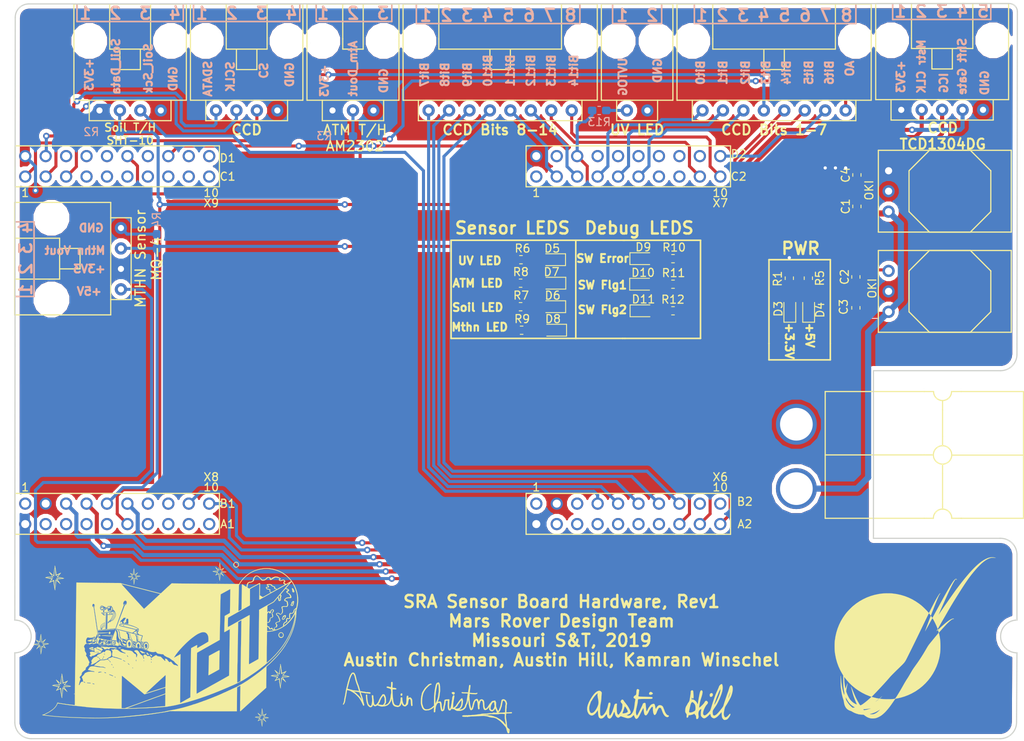
<source format=kicad_pcb>
(kicad_pcb (version 20171130) (host pcbnew "(5.0.0)")
  (layers (0 F.Cu signal) (31 B.Cu signal) (34 B.Paste user) (35 F.Paste user) (36 B.SilkS user) (37 F.SilkS user) (38 B.Mask user) (39 F.Mask user) (44 Edge.Cuts user))
  (net 0 "")
  (net 1 GND)
  (net 2 +5V)
  (net 3 +3V3)
  (net 4 Soil_Data)
  (net 5 Soil_Sck)
  (net 6 Atm_Dout)
  (net 7 Methane_Vout)
  (net 8 "Net-(U1-PadPD7)")
  (net 9 "Net-(U1-PadPA6)")
  (net 10 "Net-(U1-PadPC5)")
  (net 11 "Net-(U1-PadPC6)")
  (net 12 "Net-(U1-PadPD3)")
  (net 13 "Net-(U1-PadPC7)")
  (net 14 "Net-(U1-PadPB2)")
  (net 15 "Net-(U1-PadPB3)")
  (net 16 "Net-(U1-PadPG0)")
  (net 17 "Net-(U1-PadPL4)")
  (net 18 "Net-(U1-PadPL5)")
  (net 19 "Net-(U1-PadPL0)")
  (net 20 "Net-(U1-PadPL1)")
  (net 21 "Net-(U1-PadPL2)")
  (net 22 "Net-(U1-PadPL3)")
  (net 23 "Net-(U1-PadPH2)")
  (net 24 "Net-(U1-PadPH3)")
  (net 25 "Net-(U1-PadRese)")
  (net 26 "Net-(U1-PadPN3)")
  (net 27 "Net-(U1-PadPP2)")
  (net 28 Master_CLOCK)
  (net 29 ICG)
  (net 30 Shift_Gate)
  (net 31 CS)
  (net 32 SDATA)
  (net 33 SCLK)
  (net 34 "Net-(U1-PadPP3)")
  (net 35 "Net-(U1-PadPA4)")
  (net 36 "Net-(U1-PadPB4)")
  (net 37 "Net-(U1-PadPA5)")
  (net 38 "Net-(U1-PadPD2)")
  (net 39 "Net-(U1-PadPP1)")
  (net 40 "Net-(U1-PadPD4)")
  (net 41 "Net-(U1-PadPD5)")
  (net 42 "Net-(U1-PadPH1)")
  (net 43 "Net-(U1-PadPM7)")
  (net 44 "Net-(C1-Pad1)")
  (net 45 Bit14)
  (net 46 Bit13)
  (net 47 Bit12)
  (net 48 Bit11)
  (net 49 Bit10)
  (net 50 Bit9)
  (net 51 Bit8)
  (net 52 Bit7)
  (net 53 Bit0)
  (net 54 Bit1)
  (net 55 Bit2)
  (net 56 Bit3)
  (net 57 Bit4)
  (net 58 Bit5)
  (net 59 Bit6)
  (net 60 "Net-(U1-PadPP0)")
  (net 61 "Net-(U1-Pad+5V)")
  (net 62 "Net-(Conn6-Pad1)")
  (net 63 AnalogOut)
  (net 64 "Net-(D3-Pad2)")
  (net 65 "Net-(D4-Pad2)")
  (net 66 "Net-(D5-Pad2)")
  (net 67 "Net-(D6-Pad2)")
  (net 68 "Net-(D7-Pad2)")
  (net 69 "Net-(D8-Pad2)")
  (net 70 "Net-(D9-Pad2)")
  (net 71 "Net-(D10-Pad2)")
  (net 72 "Net-(D11-Pad2)")
  (net 73 "Net-(U1-PadPQ1)")
  (net 74 "Net-(U1-PadPQ2)")
  (net 75 "Net-(U1-PadPQ3)")
  (net 76 "Net-(U1-PadPQ0)")
  (net 77 "Net-(U1-PadPG1)")
  (net 78 "Net-(U1-PadPH0)")
  (net 79 SW_ERROR)
  (net 80 SW_Flag1)
  (net 81 SW_Flag2)
  (net 82 UV_TOGGLE)
  (net 83 "Net-(U1-PadPA7)")
  (net 84 "Net-(U1-PadPE4)")
  (net 85 "Net-(U1-PadPC4)")
  (net 86 "Net-(U1-PadPD0)")
  (module MRDT_Connectors:Anderson_2_Horisontal_Side_by_Side (layer F.Cu) (at 186.944 93.218 180)
    (fp_text reference Conn1 hide)
    (fp_text value AndersonPP)
    (pad 1 thru_hole circle (at 3.5814 -4.063 180) (size 5.08 5.08) (drill 4.06) (layers *.Cu *.Mask F.Paste) (net 1 GND))
    (pad 2 thru_hole circle (at 3.5814 -12.064 180) (size 5.08 5.08) (drill 4.06) (layers *.Cu *.Mask F.Paste) (net 44 "Net-(C1-Pad1)"))
  )
  (module MRDT_Connectors:MOLEX_SL_08_Horizontal (layer F.Cu) (at 180.594 58.293)
    (fp_text reference Conn8 hide)
    (fp_text value Molex_SL_08)
    (pad 1 thru_hole circle (at -8.89 0) (size 1.524 1.524) (drill 0.762) (layers *.Cu *.Mask) (net 53 Bit0))
    (pad 2 thru_hole circle (at -6.35 0) (size 1.524 1.524) (drill 0.762) (layers *.Cu *.Mask) (net 54 Bit1))
    (pad 3 thru_hole circle (at -3.81 0) (size 1.524 1.524) (drill 0.762) (layers *.Cu *.Mask) (net 55 Bit2))
    (pad 4 thru_hole circle (at -1.27 0) (size 1.524 1.524) (drill 0.762) (layers *.Cu *.Mask) (net 56 Bit3))
    (pad 5 thru_hole circle (at 1.27 0) (size 1.524 1.524) (drill 0.762) (layers *.Cu *.Mask) (net 57 Bit4))
    (pad "" np_thru_hole circle (at -10.16 -8.636) (size 3.45 3.45) (drill 3.45) (layers *.Cu *.Mask))
    (pad "" np_thru_hole circle (at 10.16 -8.636) (size 3.45 3.45) (drill 3.45) (layers *.Cu *.Mask))
    (pad 6 thru_hole circle (at 3.81 0) (size 1.524 1.524) (drill 0.762) (layers *.Cu *.Mask) (net 58 Bit5))
    (pad 7 thru_hole circle (at 6.35 0) (size 1.524 1.524) (drill 0.762) (layers *.Cu *.Mask) (net 59 Bit6))
    (pad 8 thru_hole circle (at 8.89 0) (size 1.524 1.524) (drill 0.762) (layers *.Cu *.Mask) (net 63 AnalogOut))
  )
  (module MRDT_Connectors:MOLEX_SL_08_Horizontal (layer F.Cu) (at 146.558 58.293)
    (fp_text reference Conn7 hide)
    (fp_text value Molex_SL_08)
    (pad 8 thru_hole circle (at 8.89 0) (size 1.524 1.524) (drill 0.762) (layers *.Cu *.Mask) (net 45 Bit14))
    (pad 7 thru_hole circle (at 6.35 0) (size 1.524 1.524) (drill 0.762) (layers *.Cu *.Mask) (net 46 Bit13))
    (pad 6 thru_hole circle (at 3.81 0) (size 1.524 1.524) (drill 0.762) (layers *.Cu *.Mask) (net 47 Bit12))
    (pad "" np_thru_hole circle (at 10.16 -8.636) (size 3.45 3.45) (drill 3.45) (layers *.Cu *.Mask))
    (pad "" np_thru_hole circle (at -10.16 -8.636) (size 3.45 3.45) (drill 3.45) (layers *.Cu *.Mask))
    (pad 5 thru_hole circle (at 1.27 0) (size 1.524 1.524) (drill 0.762) (layers *.Cu *.Mask) (net 48 Bit11))
    (pad 4 thru_hole circle (at -1.27 0) (size 1.524 1.524) (drill 0.762) (layers *.Cu *.Mask) (net 49 Bit10))
    (pad 3 thru_hole circle (at -3.81 0) (size 1.524 1.524) (drill 0.762) (layers *.Cu *.Mask) (net 50 Bit9))
    (pad 2 thru_hole circle (at -6.35 0) (size 1.524 1.524) (drill 0.762) (layers *.Cu *.Mask) (net 51 Bit8))
    (pad 1 thru_hole circle (at -8.89 0) (size 1.524 1.524) (drill 0.762) (layers *.Cu *.Mask) (net 52 Bit7))
  )
  (module Resistor_SMD:R_0603_1608Metric_Pad1.05x0.95mm_HandSolder (layer B.Cu) (at 103.886 74.549 90)
    (fp_text reference R4 (at 2.667 0 90) (layer B.SilkS) (effects (justify mirror)))
    (fp_text value 22K)
    (pad 1 smd roundrect (at -0.875 0 90) (size 1.05 0.95) (layers B.Cu B.Paste B.Mask) (net 7 Methane_Vout))
    (pad 2 smd roundrect (at 0.875 0 90) (size 1.05 0.95) (layers B.Cu B.Paste B.Mask) (net 1 GND))
  )
  (module Resistor_SMD:R_0603_1608Metric_Pad1.05x0.95mm_HandSolder (layer B.Cu) (at 98.411 60.96)
    (fp_text reference R2 (at -2.653 0) (layer B.SilkS) (effects (justify mirror)))
    (fp_text value 10K)
    (pad 2 smd roundrect (at 0.875 0) (size 1.05 0.95) (layers B.Cu B.Paste B.Mask) (net 4 Soil_Data))
    (pad 1 smd roundrect (at -0.875 0) (size 1.05 0.95) (layers B.Cu B.Paste B.Mask) (net 3 +3V3))
  )
  (module Resistor_SMD:R_0603_1608Metric_Pad1.05x0.95mm_HandSolder (layer F.Cu) (at 182.484795 79.135 270)
    (fp_text reference R1 (at 0.068813 1.446295 270) (layer F.SilkS))
    (fp_text value 500)
    (pad 1 smd roundrect (at -0.875 0 270) (size 1.05 0.95) (layers F.Cu F.Paste F.Mask) (net 3 +3V3))
    (pad 2 smd roundrect (at 0.875 0 270) (size 1.05 0.95) (layers F.Cu F.Paste F.Mask) (net 64 "Net-(D3-Pad2)"))
  )
  (module MRDT_Connectors:MOLEX_SL_04_Horizontal (layer F.Cu) (at 100.584 58.293)
    (fp_text reference Conn2 hide)
    (fp_text value "Soil Temp/Moist")
    (pad 1 thru_hole circle (at -3.81 0) (size 1.524 1.524) (drill 0.762) (layers *.Cu *.Mask) (net 3 +3V3))
    (pad 2 thru_hole circle (at -1.27 0) (size 1.524 1.524) (drill 0.762) (layers *.Cu *.Mask) (net 4 Soil_Data))
    (pad 3 thru_hole circle (at 1.27 0) (size 1.524 1.524) (drill 0.762) (layers *.Cu *.Mask) (net 5 Soil_Sck))
    (pad 4 thru_hole circle (at 3.81 0) (size 1.524 1.524) (drill 0.762) (layers *.Cu *.Mask) (net 1 GND))
    (pad "" np_thru_hole circle (at -5.08 -8.636) (size 3.45 3.45) (drill 3.45) (layers *.Cu *.Mask))
    (pad "" np_thru_hole circle (at 5.08 -8.636) (size 3.45 3.45) (drill 3.45) (layers *.Cu *.Mask))
  )
  (module MRDT_Connectors:MOLEX_SL_03_Horizontal (layer F.Cu) (at 128.27 58.293)
    (fp_text reference Conn3 hide)
    (fp_text value "Air Temp/Humid")
    (pad 1 thru_hole circle (at -2.54 0) (size 1.524 1.524) (drill 0.762) (layers *.Cu *.Mask) (net 3 +3V3))
    (pad 2 thru_hole circle (at 0 0) (size 1.524 1.524) (drill 0.762) (layers *.Cu *.Mask) (net 6 Atm_Dout))
    (pad 3 thru_hole circle (at 2.54 0) (size 1.524 1.524) (drill 0.762) (layers *.Cu *.Mask) (net 1 GND))
    (pad "" np_thru_hole circle (at -3.81 -8.636) (size 3.45 3.45) (drill 3.45) (layers *.Cu *.Mask))
    (pad "" np_thru_hole circle (at 3.81 -8.636) (size 3.45 3.45) (drill 3.45) (layers *.Cu *.Mask))
  )
  (module MRDT_Connectors:MOLEX_SL_04_Horizontal (layer F.Cu) (at 99.441 76.708 90)
    (fp_text reference Conn4 hide)
    (fp_text value Methane_Sensor)
    (pad "" np_thru_hole circle (at 5.08 -8.636 90) (size 3.45 3.45) (drill 3.45) (layers *.Cu *.Mask))
    (pad "" np_thru_hole circle (at -5.08 -8.636 90) (size 3.45 3.45) (drill 3.45) (layers *.Cu *.Mask))
    (pad 4 thru_hole circle (at 3.81 0 90) (size 1.524 1.524) (drill 0.762) (layers *.Cu *.Mask) (net 1 GND))
    (pad 3 thru_hole circle (at 1.27 0 90) (size 1.524 1.524) (drill 0.762) (layers *.Cu *.Mask) (net 7 Methane_Vout))
    (pad 2 thru_hole circle (at -1.27 0 90) (size 1.524 1.524) (drill 0.762) (layers *.Cu *.Mask) (net 3 +3V3))
    (pad 1 thru_hole circle (at -3.81 0 90) (size 1.524 1.524) (drill 0.762) (layers *.Cu *.Mask) (net 2 +5V))
  )
  (module MRDT_Connectors:MOLEX_SL_05_Horizontal (layer F.Cu) (at 201.4728 58.2168)
    (fp_text reference Conn5 hide)
    (fp_text value Molex_SL_05)
    (pad 1 thru_hole circle (at -5.08 0) (size 1.524 1.524) (drill 0.762) (layers *.Cu *.Mask) (net 3 +3V3))
    (pad 2 thru_hole circle (at -2.54 0) (size 1.524 1.524) (drill 0.762) (layers *.Cu *.Mask) (net 28 Master_CLOCK))
    (pad 3 thru_hole circle (at 0 0) (size 1.524 1.524) (drill 0.762) (layers *.Cu *.Mask) (net 29 ICG))
    (pad 4 thru_hole circle (at 2.54 0) (size 1.524 1.524) (drill 0.762) (layers *.Cu *.Mask) (net 30 Shift_Gate))
    (pad 5 thru_hole circle (at 5.08 0) (size 1.524 1.524) (drill 0.762) (layers *.Cu *.Mask) (net 1 GND))
    (pad "" np_thru_hole circle (at -6.35 -8.636) (size 3.45 3.45) (drill 3.45) (layers *.Cu *.Mask))
    (pad "" np_thru_hole circle (at 6.35 -8.636) (size 3.45 3.45) (drill 3.45) (layers *.Cu *.Mask))
  )
  (module MRDT_Connectors:MOLEX_SL_02_Horizontal (layer F.Cu) (at 163.576 58.293)
    (fp_text reference Conn6 hide)
    (fp_text value UV_LED)
    (pad "" np_thru_hole circle (at -2.415 -8.64) (size 3.45 3.45) (drill 3.45) (layers *.Cu *.Mask))
    (pad 1 thru_hole circle (at -1.27 0) (size 1.524 1.524) (drill 0.762) (layers *.Cu *.Mask) (net 62 "Net-(Conn6-Pad1)"))
    (pad 2 thru_hole circle (at 1.27 0) (size 1.524 1.524) (drill 0.762) (layers *.Cu *.Mask) (net 1 GND))
    (pad "" np_thru_hole circle (at 2.413 -8.636) (size 3.45 3.45) (drill 3.45) (layers *.Cu *.Mask))
  )
  (module Resistor_SMD:R_0603_1608Metric_Pad1.05x0.95mm_HandSolder (layer B.Cu) (at 127.395 61.468)
    (fp_text reference R3 (at -2.681 0) (layer B.SilkS) (effects (justify mirror)))
    (fp_text value 10K)
    (pad 1 smd roundrect (at -0.875 0) (size 1.05 0.95) (layers B.Cu B.Paste B.Mask) (net 3 +3V3))
    (pad 2 smd roundrect (at 0.875 0) (size 1.05 0.95) (layers B.Cu B.Paste B.Mask) (net 6 Atm_Dout))
  )
  (module MRDT_Shields:TM4C129E_Launchpad_FULL (layer F.Cu) (at 86.279001 110.955001)
    (fp_text reference U1 hide)
    (fp_text value "Tive Header" hide)
    (fp_text user 1 (at 1.27 -42.418 180) (layer F.SilkS))
    (fp_text user 10 (at 24.384 -42.418 180) (layer F.SilkS))
    (fp_text user 1 (at 1.27 -5.842 180) (layer F.SilkS))
    (fp_text user 10 (at 24.384 -5.842 180) (layer F.SilkS))
    (fp_text user 1 (at 64.77 -42.418 180) (layer F.SilkS))
    (fp_text user 10 (at 87.63 -42.418 180) (layer F.SilkS))
    (fp_text user 10 (at 87.63 -5.842 180) (layer F.SilkS))
    (fp_text user 1 (at 64.77 -5.842 180) (layer F.SilkS))
    (fp_text user X9 (at 24.384 -41.148 180) (layer F.SilkS))
    (fp_text user X8 (at 24.384 -7.112 180) (layer F.SilkS))
    (fp_text user X7 (at 87.63 -41.148 180) (layer F.SilkS))
    (fp_text user X6 (at 87.63 -7.112) (layer F.SilkS))
    (fp_text user C1 (at 26.416 -44.45 180) (layer F.SilkS))
    (fp_text user D1 (at 26.416 -46.736 180) (layer F.SilkS))
    (fp_text user C2 (at 89.916 -44.45 180) (layer F.SilkS))
    (fp_text user D2 (at 89.916 -47.244) (layer F.SilkS))
    (fp_text user B1 (at 26.416 -3.81 180) (layer F.SilkS))
    (fp_text user A1 (at 26.416 -1.27 180) (layer F.SilkS))
    (fp_text user B2 (at 90.678 -4.064 180) (layer F.SilkS))
    (fp_text user A2 (at 90.678 -1.27 180) (layer F.SilkS))
    (pad +3V3 thru_hole circle (at 64.77 -1.27 180) (size 1.52 1.52) (drill 1) (layers *.Cu *.Mask F.Paste) (net 3 +3V3))
    (pad PM6 thru_hole circle (at 87.63 -46.99 180) (size 1.52 1.52) (drill 1) (layers *.Cu *.Mask F.Paste) (net 59 Bit6))
    (pad PQ1 thru_hole circle (at 85.09 -46.99 180) (size 1.52 1.52) (drill 1) (layers *.Cu *.Mask F.Paste) (net 73 "Net-(U1-PadPQ1)"))
    (pad PQ2 thru_hole circle (at 77.47 -46.99 180) (size 1.52 1.52) (drill 1) (layers *.Cu *.Mask F.Paste) (net 74 "Net-(U1-PadPQ2)"))
    (pad PK0 thru_hole circle (at 74.93 -3.81 180) (size 1.52 1.52) (drill 1) (layers *.Cu *.Mask F.Paste) (net 52 Bit7))
    (pad PQ3 thru_hole circle (at 80.01 -46.99 180) (size 1.52 1.52) (drill 1) (layers *.Cu *.Mask F.Paste) (net 75 "Net-(U1-PadPQ3)"))
    (pad PP3 thru_hole circle (at 82.55 -46.99 180) (size 1.52 1.52) (drill 1) (layers *.Cu *.Mask F.Paste) (net 34 "Net-(U1-PadPP3)"))
    (pad PQ0 thru_hole circle (at 80.01 -1.27 180) (size 1.52 1.52) (drill 1) (layers *.Cu *.Mask F.Paste) (net 76 "Net-(U1-PadPQ0)"))
    (pad PA4 thru_hole circle (at 85.09 -3.81 180) (size 1.52 1.52) (drill 1) (layers *.Cu *.Mask F.Paste) (net 35 "Net-(U1-PadPA4)"))
    (pad Rese thru_hole circle (at 74.93 -46.99 180) (size 1.52 1.52) (drill 1) (layers *.Cu *.Mask F.Paste) (net 25 "Net-(U1-PadRese)"))
    (pad PA7 thru_hole circle (at 72.39 -46.99 180) (size 1.52 1.52) (drill 1) (layers *.Cu *.Mask F.Paste) (net 83 "Net-(U1-PadPA7)"))
    (pad PN5 thru_hole circle (at 85.09 -1.27 180) (size 1.52 1.52) (drill 1) (layers *.Cu *.Mask F.Paste) (net 80 SW_Flag1))
    (pad PK2 thru_hole circle (at 80.01 -3.81 180) (size 1.52 1.52) (drill 1) (layers *.Cu *.Mask F.Paste) (net 50 Bit9))
    (pad PK1 thru_hole circle (at 77.47 -3.81 180) (size 1.52 1.52) (drill 1) (layers *.Cu *.Mask F.Paste) (net 51 Bit8))
    (pad +5V thru_hole circle (at 64.77 -3.81 180) (size 1.52 1.52) (drill 1) (layers *.Cu *.Mask F.Paste) (net 61 "Net-(U1-Pad+5V)"))
    (pad GND thru_hole circle (at 67.31 -3.81 180) (size 1.52 1.52) (drill 1) (layers *.Cu *.Mask F.Paste) (net 1 GND))
    (pad PB4 thru_hole circle (at 69.85 -3.81 180) (size 1.52 1.52) (drill 1) (layers *.Cu *.Mask F.Paste) (net 36 "Net-(U1-PadPB4)"))
    (pad PB5 thru_hole circle (at 72.39 -3.81 180) (size 1.52 1.52) (drill 1) (layers *.Cu *.Mask F.Paste) (net 5 Soil_Sck))
    (pad PK3 thru_hole circle (at 82.55 -3.81 180) (size 1.52 1.52) (drill 1) (layers *.Cu *.Mask F.Paste) (net 49 Bit10))
    (pad PA5 thru_hole circle (at 87.63 -3.81 180) (size 1.52 1.52) (drill 1) (layers *.Cu *.Mask F.Paste) (net 37 "Net-(U1-PadPA5)"))
    (pad PD2 thru_hole circle (at 67.31 -1.27 180) (size 1.52 1.52) (drill 1) (layers *.Cu *.Mask F.Paste) (net 38 "Net-(U1-PadPD2)"))
    (pad PP0 thru_hole circle (at 69.85 -1.27 180) (size 1.52 1.52) (drill 1) (layers *.Cu *.Mask F.Paste) (net 60 "Net-(U1-PadPP0)"))
    (pad PP1 thru_hole circle (at 72.39 -1.27 180) (size 1.52 1.52) (drill 1) (layers *.Cu *.Mask F.Paste) (net 39 "Net-(U1-PadPP1)"))
    (pad PD4 thru_hole circle (at 74.93 -1.27 180) (size 1.52 1.52) (drill 1) (layers *.Cu *.Mask F.Paste) (net 40 "Net-(U1-PadPD4)"))
    (pad PD5 thru_hole circle (at 77.47 -1.27 180) (size 1.52 1.52) (drill 1) (layers *.Cu *.Mask F.Paste) (net 41 "Net-(U1-PadPD5)"))
    (pad PP4 thru_hole circle (at 82.55 -1.27 180) (size 1.52 1.52) (drill 1) (layers *.Cu *.Mask F.Paste) (net 81 SW_Flag2))
    (pad PN4 thru_hole circle (at 87.63 -1.27 180) (size 1.52 1.52) (drill 1) (layers *.Cu *.Mask F.Paste) (net 79 SW_ERROR))
    (pad PG1 thru_hole circle (at 64.77 -44.45 180) (size 1.52 1.52) (drill 1) (layers *.Cu *.Mask F.Paste) (net 77 "Net-(U1-PadPG1)"))
    (pad PK4 thru_hole circle (at 67.31 -44.45 180) (size 1.52 1.52) (drill 1) (layers *.Cu *.Mask F.Paste) (net 48 Bit11))
    (pad PK5 thru_hole circle (at 69.85 -44.45 180) (size 1.52 1.52) (drill 1) (layers *.Cu *.Mask F.Paste) (net 47 Bit12))
    (pad PM0 thru_hole circle (at 72.39 -44.45 180) (size 1.52 1.52) (drill 1) (layers *.Cu *.Mask F.Paste) (net 53 Bit0))
    (pad PM1 thru_hole circle (at 74.93 -44.45 180) (size 1.52 1.52) (drill 1) (layers *.Cu *.Mask F.Paste) (net 54 Bit1))
    (pad PM2 thru_hole circle (at 77.47 -44.45 180) (size 1.52 1.52) (drill 1) (layers *.Cu *.Mask F.Paste) (net 55 Bit2))
    (pad PH0 thru_hole circle (at 80.01 -44.45 180) (size 1.52 1.52) (drill 1) (layers *.Cu *.Mask F.Paste) (net 78 "Net-(U1-PadPH0)"))
    (pad PH1 thru_hole circle (at 82.55 -44.45 180) (size 1.52 1.52) (drill 1) (layers *.Cu *.Mask F.Paste) (net 42 "Net-(U1-PadPH1)"))
    (pad PK6 thru_hole circle (at 85.09 -44.45 180) (size 1.52 1.52) (drill 1) (layers *.Cu *.Mask F.Paste) (net 46 Bit13))
    (pad PK7 thru_hole circle (at 87.63 -44.45 180) (size 1.52 1.52) (drill 1) (layers *.Cu *.Mask F.Paste) (net 45 Bit14))
    (pad GND thru_hole circle (at 64.77 -46.99 180) (size 1.52 1.52) (drill 1) (layers *.Cu *.Mask F.Paste) (net 1 GND))
    (pad PM7 thru_hole circle (at 67.31 -46.99 180) (size 1.52 1.52) (drill 1) (layers *.Cu *.Mask F.Paste) (net 43 "Net-(U1-PadPM7)"))
    (pad PP5 thru_hole circle (at 69.85 -46.99 180) (size 1.52 1.52) (drill 1) (layers *.Cu *.Mask F.Paste) (net 82 UV_TOGGLE))
    (pad +5V thru_hole circle (at 1.27 -3.81 180) (size 1.52 1.52) (drill 1) (layers *.Cu *.Mask F.Paste) (net 61 "Net-(U1-Pad+5V)"))
    (pad GND thru_hole circle (at 3.81 -3.81 180) (size 1.52 1.52) (drill 1) (layers *.Cu *.Mask F.Paste) (net 1 GND))
    (pad PE0 thru_hole circle (at 6.35 -3.81 180) (size 1.52 1.52) (drill 1) (layers *.Cu *.Mask F.Paste) (net 28 Master_CLOCK))
    (pad PE1 thru_hole circle (at 8.89 -3.81 180) (size 1.52 1.52) (drill 1) (layers *.Cu *.Mask F.Paste) (net 29 ICG))
    (pad PE2 thru_hole circle (at 11.43 -3.81 180) (size 1.52 1.52) (drill 1) (layers *.Cu *.Mask F.Paste) (net 7 Methane_Vout))
    (pad PE3 thru_hole circle (at 13.97 -3.81 180) (size 1.52 1.52) (drill 1) (layers *.Cu *.Mask F.Paste) (net 30 Shift_Gate))
    (pad PD7 thru_hole circle (at 16.51 -3.81 180) (size 1.52 1.52) (drill 1) (layers *.Cu *.Mask F.Paste) (net 8 "Net-(U1-PadPD7)"))
    (pad PA6 thru_hole circle (at 19.05 -3.81 180) (size 1.52 1.52) (drill 1) (layers *.Cu *.Mask F.Paste) (net 9 "Net-(U1-PadPA6)"))
    (pad PM4 thru_hole circle (at 21.59 -3.81 180) (size 1.52 1.52) (drill 1) (layers *.Cu *.Mask F.Paste) (net 57 Bit4))
    (pad PM5 thru_hole circle (at 24.13 -3.81 180) (size 1.52 1.52) (drill 1) (layers *.Cu *.Mask F.Paste) (net 58 Bit5))
    (pad +3V3 thru_hole circle (at 1.27 -1.27 180) (size 1.52 1.52) (drill 1) (layers *.Cu *.Mask F.Paste) (net 3 +3V3))
    (pad PE4 thru_hole circle (at 3.81 -1.27 180) (size 1.52 1.52) (drill 1) (layers *.Cu *.Mask F.Paste) (net 84 "Net-(U1-PadPE4)"))
    (pad PC4 thru_hole circle (at 6.35 -1.27 180) (size 1.52 1.52) (drill 1) (layers *.Cu *.Mask F.Paste) (net 85 "Net-(U1-PadPC4)"))
    (pad PC5 thru_hole circle (at 8.89 -1.27 180) (size 1.52 1.52) (drill 1) (layers *.Cu *.Mask F.Paste) (net 10 "Net-(U1-PadPC5)"))
    (pad PC6 thru_hole circle (at 11.43 -1.27 180) (size 1.52 1.52) (drill 1) (layers *.Cu *.Mask F.Paste) (net 11 "Net-(U1-PadPC6)"))
    (pad PE5 thru_hole circle (at 13.97 -1.27 180) (size 1.52 1.52) (drill 1) (layers *.Cu *.Mask F.Paste) (net 4 Soil_Data))
    (pad PD3 thru_hole circle (at 16.51 -1.27 180) (size 1.52 1.52) (drill 1) (layers *.Cu *.Mask F.Paste) (net 12 "Net-(U1-PadPD3)"))
    (pad PC7 thru_hole circle (at 19.05 -1.27 180) (size 1.52 1.52) (drill 1) (layers *.Cu *.Mask F.Paste) (net 13 "Net-(U1-PadPC7)"))
    (pad PB2 thru_hole circle (at 21.59 -1.27 180) (size 1.52 1.52) (drill 1) (layers *.Cu *.Mask F.Paste) (net 14 "Net-(U1-PadPB2)"))
    (pad PB3 thru_hole circle (at 24.13 -1.27 180) (size 1.52 1.52) (drill 1) (layers *.Cu *.Mask F.Paste) (net 15 "Net-(U1-PadPB3)"))
    (pad PF1 thru_hole circle (at 1.27 -44.45 180) (size 1.52 1.52) (drill 1) (layers *.Cu *.Mask F.Paste) (net 32 SDATA))
    (pad PF2 thru_hole circle (at 3.81 -44.45 180) (size 1.52 1.52) (drill 1) (layers *.Cu *.Mask F.Paste) (net 33 SCLK))
    (pad PF3 thru_hole circle (at 6.35 -44.45 180) (size 1.52 1.52) (drill 1) (layers *.Cu *.Mask F.Paste) (net 31 CS))
    (pad PG0 thru_hole circle (at 8.89 -44.45 180) (size 1.52 1.52) (drill 1) (layers *.Cu *.Mask F.Paste) (net 16 "Net-(U1-PadPG0)"))
    (pad PL4 thru_hole circle (at 11.43 -44.45 180) (size 1.52 1.52) (drill 1) (layers *.Cu *.Mask F.Paste) (net 17 "Net-(U1-PadPL4)"))
    (pad PL5 thru_hole circle (at 13.97 -44.45 180) (size 1.52 1.52) (drill 1) (layers *.Cu *.Mask F.Paste) (net 18 "Net-(U1-PadPL5)"))
    (pad PL0 thru_hole circle (at 16.51 -44.45 180) (size 1.52 1.52) (drill 1) (layers *.Cu *.Mask F.Paste) (net 19 "Net-(U1-PadPL0)"))
    (pad PL1 thru_hole circle (at 19.05 -44.45 180) (size 1.52 1.52) (drill 1) (layers *.Cu *.Mask F.Paste) (net 20 "Net-(U1-PadPL1)"))
    (pad PL2 thru_hole circle (at 21.59 -44.45 180) (size 1.52 1.52) (drill 1) (layers *.Cu *.Mask F.Paste) (net 21 "Net-(U1-PadPL2)"))
    (pad PL3 thru_hole circle (at 24.13 -44.45 180) (size 1.52 1.52) (drill 1) (layers *.Cu *.Mask F.Paste) (net 22 "Net-(U1-PadPL3)"))
    (pad GND thru_hole circle (at 1.27 -46.99 180) (size 1.52 1.52) (drill 1) (layers *.Cu *.Mask F.Paste) (net 1 GND))
    (pad PM3 thru_hole circle (at 3.81 -46.99 180) (size 1.52 1.52) (drill 1) (layers *.Cu *.Mask F.Paste) (net 56 Bit3))
    (pad PH2 thru_hole circle (at 6.35 -46.99 180) (size 1.52 1.52) (drill 1) (layers *.Cu *.Mask F.Paste) (net 23 "Net-(U1-PadPH2)"))
    (pad PH3 thru_hole circle (at 8.89 -46.99 180) (size 1.52 1.52) (drill 1) (layers *.Cu *.Mask F.Paste) (net 24 "Net-(U1-PadPH3)"))
    (pad Rese thru_hole circle (at 11.43 -46.99 180) (size 1.52 1.52) (drill 1) (layers *.Cu *.Mask F.Paste) (net 25 "Net-(U1-PadRese)"))
    (pad PD1 thru_hole circle (at 13.97 -46.99 180) (size 1.52 1.52) (drill 1) (layers *.Cu *.Mask F.Paste) (net 63 AnalogOut))
    (pad PD0 thru_hole circle (at 16.51 -46.99 180) (size 1.52 1.52) (drill 1) (layers *.Cu *.Mask F.Paste) (net 86 "Net-(U1-PadPD0)"))
    (pad PN2 thru_hole circle (at 19.05 -46.99 180) (size 1.52 1.52) (drill 1) (layers *.Cu *.Mask F.Paste) (net 6 Atm_Dout))
    (pad PN3 thru_hole circle (at 21.59 -46.99 180) (size 1.52 1.52) (drill 1) (layers *.Cu *.Mask F.Paste) (net 26 "Net-(U1-PadPN3)"))
    (pad PP2 thru_hole circle (at 24.13 -46.99 180) (size 1.52 1.52) (drill 1) (layers *.Cu *.Mask F.Paste) (net 27 "Net-(U1-PadPP2)"))
  )
  (module Capacitor_SMD:C_0603_1608Metric_Pad1.05x0.95mm_HandSolder (layer F.Cu) (at 190.754 78.98 270)
    (fp_text reference C2 (at 0 1.397 270) (layer F.SilkS))
    (fp_text value 10u)
    (pad 1 smd roundrect (at -0.875 0 270) (size 1.05 0.95) (layers F.Cu F.Paste F.Mask) (net 2 +5V))
    (pad 2 smd roundrect (at 0.875 0 270) (size 1.05 0.95) (layers F.Cu F.Paste F.Mask) (net 1 GND))
  )
  (module Capacitor_SMD:C_0603_1608Metric_Pad1.05x0.95mm_HandSolder (layer F.Cu) (at 190.881 70.217 90)
    (fp_text reference C1 (at 0 -1.397 90) (layer F.SilkS))
    (fp_text value 10u)
    (pad 1 smd roundrect (at -0.875 0 90) (size 1.05 0.95) (layers F.Cu F.Paste F.Mask) (net 44 "Net-(C1-Pad1)"))
    (pad 2 smd roundrect (at 0.875 0 90) (size 1.05 0.95) (layers F.Cu F.Paste F.Mask) (net 1 GND))
  )
  (module Capacitor_SMD:C_0603_1608Metric_Pad1.05x0.95mm_HandSolder (layer F.Cu) (at 190.754 82.818 90)
    (fp_text reference C3 (at 0.113 -1.524 90) (layer F.SilkS))
    (fp_text value 10u)
    (pad 1 smd roundrect (at -0.875 0 90) (size 1.05 0.95) (layers F.Cu F.Paste F.Mask) (net 44 "Net-(C1-Pad1)"))
    (pad 2 smd roundrect (at 0.875 0 90) (size 1.05 0.95) (layers F.Cu F.Paste F.Mask) (net 1 GND))
  )
  (module Capacitor_SMD:C_0603_1608Metric_Pad1.05x0.95mm_HandSolder (layer F.Cu) (at 190.881 66.308 270)
    (fp_text reference C4 (at -0.014 1.397 270) (layer F.SilkS))
    (fp_text value 10u)
    (pad 1 smd roundrect (at -0.875 0 270) (size 1.05 0.95) (layers F.Cu F.Paste F.Mask) (net 3 +3V3))
    (pad 2 smd roundrect (at 0.875 0 270) (size 1.05 0.95) (layers F.Cu F.Paste F.Mask) (net 1 GND))
  )
  (module MRDT_Connectors:MOLEX_SL_04_Horizontal (layer F.Cu) (at 115.062 58.293)
    (fp_text reference Conn9 hide)
    (fp_text value Molex_SL_04)
    (pad 1 thru_hole circle (at -3.81 0) (size 1.524 1.524) (drill 0.762) (layers *.Cu *.Mask) (net 32 SDATA))
    (pad 2 thru_hole circle (at -1.27 0) (size 1.524 1.524) (drill 0.762) (layers *.Cu *.Mask) (net 33 SCLK))
    (pad 3 thru_hole circle (at 1.27 0) (size 1.524 1.524) (drill 0.762) (layers *.Cu *.Mask) (net 31 CS))
    (pad 4 thru_hole circle (at 3.81 0) (size 1.524 1.524) (drill 0.762) (layers *.Cu *.Mask) (net 1 GND))
    (pad "" np_thru_hole circle (at -5.08 -8.636) (size 3.45 3.45) (drill 3.45) (layers *.Cu *.Mask))
    (pad "" np_thru_hole circle (at 5.08 -8.636) (size 3.45 3.45) (drill 3.45) (layers *.Cu *.Mask))
  )
  (module Diode_SMD:D_0603_1608Metric_Pad1.05x0.95mm_HandSolder (layer F.Cu) (at 182.548295 82.945 90)
    (fp_text reference D3 (at 0 -1.43 90) (layer F.SilkS))
    (fp_text value LED)
    (pad 1 smd roundrect (at -0.875 0 90) (size 1.05 0.95) (layers F.Cu F.Paste F.Mask) (net 1 GND))
    (pad 2 smd roundrect (at 0.875 0 90) (size 1.05 0.95) (layers F.Cu F.Paste F.Mask) (net 64 "Net-(D3-Pad2)"))
  )
  (module Diode_SMD:D_0603_1608Metric_Pad1.05x0.95mm_HandSolder (layer F.Cu) (at 184.8866 82.945 90)
    (fp_text reference D4 (at -0.141 1.4224 90) (layer F.SilkS))
    (fp_text value LED)
    (pad 1 smd roundrect (at -0.875 0 90) (size 1.05 0.95) (layers F.Cu F.Paste F.Mask) (net 1 GND))
    (pad 2 smd roundrect (at 0.875 0 90) (size 1.05 0.95) (layers F.Cu F.Paste F.Mask) (net 65 "Net-(D4-Pad2)"))
  )
  (module Diode_SMD:D_0603_1608Metric_Pad1.05x0.95mm_HandSolder (layer F.Cu) (at 153.021 76.835 180)
    (fp_text reference D5 (at 0 1.399104 180) (layer F.SilkS))
    (fp_text value LED)
    (pad 2 smd roundrect (at 0.875 0 180) (size 1.05 0.95) (layers F.Cu F.Paste F.Mask) (net 66 "Net-(D5-Pad2)"))
    (pad 1 smd roundrect (at -0.875 0 180) (size 1.05 0.95) (layers F.Cu F.Paste F.Mask) (net 1 GND))
  )
  (module Diode_SMD:D_0603_1608Metric_Pad1.05x0.95mm_HandSolder (layer F.Cu) (at 153.035 82.677 180)
    (fp_text reference D6 (at -0.0495 1.397 180) (layer F.SilkS))
    (fp_text value LED)
    (pad 1 smd roundrect (at -0.875 0 180) (size 1.05 0.95) (layers F.Cu F.Paste F.Mask) (net 1 GND))
    (pad 2 smd roundrect (at 0.875 0 180) (size 1.05 0.95) (layers F.Cu F.Paste F.Mask) (net 67 "Net-(D6-Pad2)"))
  )
  (module Diode_SMD:D_0603_1608Metric_Pad1.05x0.95mm_HandSolder (layer F.Cu) (at 153.049 79.756 180)
    (fp_text reference D7 (at 0.1016 1.397 180) (layer F.SilkS))
    (fp_text value LED)
    (pad 1 smd roundrect (at -0.875 0 180) (size 1.05 0.95) (layers F.Cu F.Paste F.Mask) (net 1 GND))
    (pad 2 smd roundrect (at 0.875 0 180) (size 1.05 0.95) (layers F.Cu F.Paste F.Mask) (net 68 "Net-(D7-Pad2)"))
  )
  (module Diode_SMD:D_0603_1608Metric_Pad1.05x0.95mm_HandSolder (layer F.Cu) (at 153.148 85.598 180)
    (fp_text reference D8 (at 0.0254 1.397 180) (layer F.SilkS))
    (fp_text value LED)
    (pad 2 smd roundrect (at 0.875 0 180) (size 1.05 0.95) (layers F.Cu F.Paste F.Mask) (net 69 "Net-(D8-Pad2)"))
    (pad 1 smd roundrect (at -0.875 0 180) (size 1.05 0.95) (layers F.Cu F.Paste F.Mask) (net 1 GND))
  )
  (module Diode_SMD:D_0603_1608Metric_Pad1.05x0.95mm_HandSolder (layer F.Cu) (at 164.338 76.708)
    (fp_text reference D9 (at 0 -1.43) (layer F.SilkS))
    (fp_text value LED)
    (pad 1 smd roundrect (at -0.875 0) (size 1.05 0.95) (layers F.Cu F.Paste F.Mask) (net 1 GND))
    (pad 2 smd roundrect (at 0.875 0) (size 1.05 0.95) (layers F.Cu F.Paste F.Mask) (net 70 "Net-(D9-Pad2)"))
  )
  (module Diode_SMD:D_0603_1608Metric_Pad1.05x0.95mm_HandSolder (layer F.Cu) (at 164.3126 79.883)
    (fp_text reference D10 (at 0 -1.43) (layer F.SilkS))
    (fp_text value LED)
    (pad 2 smd roundrect (at 0.875 0) (size 1.05 0.95) (layers F.Cu F.Paste F.Mask) (net 71 "Net-(D10-Pad2)"))
    (pad 1 smd roundrect (at -0.875 0) (size 1.05 0.95) (layers F.Cu F.Paste F.Mask) (net 1 GND))
  )
  (module Diode_SMD:D_0603_1608Metric_Pad1.05x0.95mm_HandSolder (layer F.Cu) (at 164.3634 83.185)
    (fp_text reference D11 (at 0 -1.43) (layer F.SilkS))
    (fp_text value LED)
    (pad 1 smd roundrect (at -0.875 0) (size 1.05 0.95) (layers F.Cu F.Paste F.Mask) (net 1 GND))
    (pad 2 smd roundrect (at 0.875 0) (size 1.05 0.95) (layers F.Cu F.Paste F.Mask) (net 72 "Net-(D11-Pad2)"))
  )
  (module Resistor_SMD:R_0603_1608Metric_Pad1.05x0.95mm_HandSolder (layer F.Cu) (at 184.8485 79.135 270)
    (fp_text reference R5 (at 0 -1.43 270) (layer F.SilkS))
    (fp_text value 500)
    (pad 1 smd roundrect (at -0.875 0 270) (size 1.05 0.95) (layers F.Cu F.Paste F.Mask) (net 2 +5V))
    (pad 2 smd roundrect (at 0.875 0 270) (size 1.05 0.95) (layers F.Cu F.Paste F.Mask) (net 65 "Net-(D4-Pad2)"))
  )
  (module Resistor_SMD:R_0603_1608Metric_Pad1.05x0.95mm_HandSolder (layer F.Cu) (at 149.144414 76.837104)
    (fp_text reference R6 (at 0.1905 -1.399104) (layer F.SilkS))
    (fp_text value 500)
    (pad 2 smd roundrect (at 0.875 0) (size 1.05 0.95) (layers F.Cu F.Paste F.Mask) (net 66 "Net-(D5-Pad2)"))
    (pad 1 smd roundrect (at -0.875 0) (size 1.05 0.95) (layers F.Cu F.Paste F.Mask) (net 82 UV_TOGGLE))
  )
  (module Resistor_SMD:R_0603_1608Metric_Pad1.05x0.95mm_HandSolder (layer F.Cu) (at 149.098 82.677)
    (fp_text reference R7 (at 0.0635 -1.397) (layer F.SilkS))
    (fp_text value 500)
    (pad 1 smd roundrect (at -0.875 0) (size 1.05 0.95) (layers F.Cu F.Paste F.Mask) (net 4 Soil_Data))
    (pad 2 smd roundrect (at 0.875 0) (size 1.05 0.95) (layers F.Cu F.Paste F.Mask) (net 67 "Net-(D6-Pad2)"))
  )
  (module Resistor_SMD:R_0603_1608Metric_Pad1.05x0.95mm_HandSolder (layer F.Cu) (at 149.098 79.756)
    (fp_text reference R8 (at 0.0254 -1.397) (layer F.SilkS))
    (fp_text value 500)
    (pad 2 smd roundrect (at 0.875 0) (size 1.05 0.95) (layers F.Cu F.Paste F.Mask) (net 68 "Net-(D7-Pad2)"))
    (pad 1 smd roundrect (at -0.875 0) (size 1.05 0.95) (layers F.Cu F.Paste F.Mask) (net 6 Atm_Dout))
  )
  (module Resistor_SMD:R_0603_1608Metric_Pad1.05x0.95mm_HandSolder (layer F.Cu) (at 149.225 85.598)
    (fp_text reference R9 (at 0.0622 -1.397) (layer F.SilkS))
    (fp_text value 500)
    (pad 1 smd roundrect (at -0.875 0) (size 1.05 0.95) (layers F.Cu F.Paste F.Mask) (net 7 Methane_Vout))
    (pad 2 smd roundrect (at 0.875 0) (size 1.05 0.95) (layers F.Cu F.Paste F.Mask) (net 69 "Net-(D8-Pad2)"))
  )
  (module Resistor_SMD:R_0603_1608Metric_Pad1.05x0.95mm_HandSolder (layer F.Cu) (at 168.035 76.708 180)
    (fp_text reference R10 (at -0.127 1.397 180) (layer F.SilkS))
    (fp_text value 500)
    (pad 2 smd roundrect (at 0.875 0 180) (size 1.05 0.95) (layers F.Cu F.Paste F.Mask) (net 70 "Net-(D9-Pad2)"))
    (pad 1 smd roundrect (at -0.875 0 180) (size 1.05 0.95) (layers F.Cu F.Paste F.Mask) (net 79 SW_ERROR))
  )
  (module Resistor_SMD:R_0603_1608Metric_Pad1.05x0.95mm_HandSolder (layer F.Cu) (at 168.035 79.883 180)
    (fp_text reference R11 (at -0.0648 1.397 180) (layer F.SilkS))
    (fp_text value 500)
    (pad 1 smd roundrect (at -0.875 0 180) (size 1.05 0.95) (layers F.Cu F.Paste F.Mask) (net 80 SW_Flag1))
    (pad 2 smd roundrect (at 0.875 0 180) (size 1.05 0.95) (layers F.Cu F.Paste F.Mask) (net 71 "Net-(D10-Pad2)"))
  )
  (module Resistor_SMD:R_0603_1608Metric_Pad1.05x0.95mm_HandSolder (layer F.Cu) (at 168.035 83.185 180)
    (fp_text reference R12 (at 0.014 1.397 180) (layer F.SilkS))
    (fp_text value 500)
    (pad 2 smd roundrect (at 0.875 0 180) (size 1.05 0.95) (layers F.Cu F.Paste F.Mask) (net 72 "Net-(D11-Pad2)"))
    (pad 1 smd roundrect (at -0.875 0 180) (size 1.05 0.95) (layers F.Cu F.Paste F.Mask) (net 81 SW_Flag2))
  )
  (module Resistor_SMD:R_0603_1608Metric_Pad1.05x0.95mm_HandSolder (layer B.Cu) (at 158.863 58.293)
    (fp_text reference R13 (at 0 1.43) (layer B.SilkS) (effects (justify mirror)))
    (fp_text value 500)
    (pad 1 smd roundrect (at -0.875 0) (size 1.05 0.95) (layers B.Cu B.Paste B.Mask) (net 82 UV_TOGGLE))
    (pad 2 smd roundrect (at 0.875 0) (size 1.05 0.95) (layers B.Cu B.Paste B.Mask) (net 62 "Net-(Conn6-Pad1)"))
  )
  (module MRDT_Silkscreens:MRDT_Logo_20mm (layer F.Cu) (at 198.12 123.825)
    (fp_text reference G*** hide)
    (fp_text value LOGO hide)
  )
  (module MRDT_Silkscreens:MRDT_Retro_Logo_34mmX21.5mm (layer F.Cu) (at 105.0036 124.7648)
    (fp_text reference G*** hide)
    (fp_text value LOGO hide)
  )
  (module SRA_Hardware:Austin_Hill_Sig_22mmx9.3mm (layer F.Cu) (at 165.862 132.969)
    (fp_text reference G*** hide)
    (fp_text value LOGO hide)
  )
  (module MRDT_Devices:OKI_Horizontal (layer F.Cu) (at 193.548 73.406 90)
    (fp_text reference U3 hide)
    (fp_text value OKI (at 5.207 -1.143 90) (layer F.SilkS))
    (pad 1 thru_hole circle (at 2.54 1.27 90) (size 1.524 1.524) (drill 0.889) (layers *.Cu *.Mask) (net 44 "Net-(C1-Pad1)"))
    (pad 2 thru_hole circle (at 5.08 1.27 90) (size 1.524 1.524) (drill 0.889) (layers *.Cu *.Mask) (net 1 GND))
    (pad 3 thru_hole circle (at 7.62 1.27 90) (size 1.524 1.524) (drill 0.889) (layers *.Cu *.Mask) (net 3 +3V3))
  )
  (module MRDT_Devices:OKI_Horizontal (layer F.Cu) (at 193.548 85.852 90)
    (fp_text reference U2 hide)
    (fp_text value OKI (at 5.461 -0.762 90) (layer F.SilkS))
    (pad 1 thru_hole circle (at 2.54 1.27 90) (size 1.524 1.524) (drill 0.889) (layers *.Cu *.Mask) (net 44 "Net-(C1-Pad1)"))
    (pad 2 thru_hole circle (at 5.08 1.27 90) (size 1.524 1.524) (drill 0.889) (layers *.Cu *.Mask) (net 1 GND))
    (pad 3 thru_hole circle (at 7.62 1.27 90) (size 1.524 1.524) (drill 0.889) (layers *.Cu *.Mask) (net 2 +5V))
  )
  (module SRA_Hardware:Austin_Christman_Sig_22mmx8.3mm (layer F.Cu) (at 137.033 131.953)
    (fp_text reference G*** hide)
    (fp_text value LOGO hide)
  )
  (gr_text "Sensor LEDS\n" (at 148.082 72.898) (layer F.SilkS) (effects (font (size 1.5 1.5) (thickness 0.3))))
  (gr_line (start 88.646 81.407) (end 88.646 72.136) (layer B.SilkS) (width 0.2))
  (gr_line (start 86.36 81.407) (end 88.646 81.407) (layer B.SilkS) (width 0.2))
  (gr_line (start 207.518 46.99) (end 207.518 45.085) (layer B.SilkS) (width 0.2))
  (gr_line (start 195.326 46.99) (end 207.518 46.99) (layer B.SilkS) (width 0.2))
  (gr_line (start 195.326 45.085) (end 195.326 46.99) (layer B.SilkS) (width 0.2))
  (gr_line (start 190.754 47.498) (end 190.754 45.212) (layer B.SilkS) (width 0.2))
  (gr_line (start 170.688 47.498) (end 190.754 47.498) (layer B.SilkS) (width 0.2))
  (gr_line (start 170.688 45.212) (end 170.688 47.498) (layer B.SilkS) (width 0.2))
  (gr_line (start 166.624 47.498) (end 166.624 45.212) (layer B.SilkS) (width 0.2))
  (gr_line (start 160.528 47.498) (end 166.624 47.498) (layer B.SilkS) (width 0.2))
  (gr_line (start 160.528 45.212) (end 160.528 47.498) (layer B.SilkS) (width 0.2))
  (gr_line (start 156.464 47.498) (end 156.464 45.212) (layer B.SilkS) (width 0.2))
  (gr_line (start 136.144 47.498) (end 156.464 47.498) (layer B.SilkS) (width 0.2))
  (gr_line (start 136.144 45.212) (end 136.144 47.498) (layer B.SilkS) (width 0.2))
  (gr_line (start 133.096 47.244) (end 133.096 45.212) (layer B.SilkS) (width 0.2))
  (gr_line (start 123.698 47.244) (end 133.096 47.244) (layer B.SilkS) (width 0.2))
  (gr_line (start 123.698 45.212) (end 123.698 47.244) (layer B.SilkS) (width 0.2))
  (gr_line (start 121.666 47.244) (end 121.666 45.212) (layer B.SilkS) (width 0.2))
  (gr_line (start 108.458 47.244) (end 121.666 47.244) (layer B.SilkS) (width 0.2))
  (gr_line (start 108.458 45.212) (end 108.458 47.244) (layer B.SilkS) (width 0.2))
  (gr_line (start 107.188 47.244) (end 107.188 45.212) (layer B.SilkS) (width 0.2))
  (gr_line (start 93.98 47.244) (end 107.188 47.244) (layer B.SilkS) (width 0.2))
  (gr_line (start 93.98 45.212) (end 93.98 47.244) (layer B.SilkS) (width 0.2))
  (gr_line (start 86.36 72.136) (end 88.646 72.136) (layer B.SilkS) (width 0.2))
  (gr_text GND (at 132.08 54.61 90) (layer B.SilkS) (effects (font (size 0.992 0.992) (thickness 0.248)) (justify mirror)))
  (gr_text Atm_Dout (at 128.27 53.086 90) (layer B.SilkS) (effects (font (size 0.992 0.992) (thickness 0.248)) (justify mirror)))
  (gr_text +3V3 (at 124.714 54.61 90) (layer B.SilkS) (effects (font (size 0.992 0.992) (thickness 0.248)) (justify mirror)))
  (gr_text "4  3  2  1\n" (at 100.584 46.228) (layer B.SilkS) (effects (font (size 1.5 1.5) (thickness 0.3)) (justify mirror)))
  (gr_text "4  3  2  1" (at 115.062 46.228) (layer B.SilkS) (effects (font (size 1.5 1.5) (thickness 0.3)) (justify mirror)))
  (gr_text "3  2  1\n" (at 128.27 46.228) (layer B.SilkS) (effects (font (size 1.5 1.5) (thickness 0.3)) (justify mirror)))
  (gr_text "8 7 6 5 4 3 2 1" (at 146.304 46.482) (layer B.SilkS) (effects (font (size 1.5 1.5) (thickness 0.3)) (justify mirror)))
  (gr_text "2  1\n" (at 163.576 46.482) (layer B.SilkS) (effects (font (size 1.5 1.5) (thickness 0.3)) (justify mirror)))
  (gr_text "8 7 6 5 4 3 2 1" (at 180.594 46.482) (layer B.SilkS) (effects (font (size 1.5 1.5) (thickness 0.3)) (justify mirror)))
  (gr_text "5 4 3 2 1" (at 201.422 45.974) (layer B.SilkS) (effects (font (size 1.5 1.5) (thickness 0.3)) (justify mirror)))
  (gr_line (start 87.9856 45.0596) (end 209.804 45.0088) (layer Edge.Cuts) (width 0.15))
  (gr_text "+3V3\n" (at 196.342 54.102 90) (layer B.SilkS) (effects (font (size 0.992 0.992) (thickness 0.248)) (justify mirror)))
  (gr_text GND (at 95.758 72.898) (layer B.SilkS) (effects (font (size 0.992 0.992) (thickness 0.248)) (justify mirror)))
  (gr_text "Mthn Vout\n" (at 93.726 75.692) (layer B.SilkS) (effects (font (size 0.992 0.992) (thickness 0.248)) (justify mirror)))
  (gr_text +3V3 (at 95.504 77.978) (layer B.SilkS) (effects (font (size 0.992 0.992) (thickness 0.248)) (justify mirror)))
  (gr_text "+5V\n" (at 95.504 80.772) (layer B.SilkS) (effects (font (size 0.992 0.992) (thickness 0.248)) (justify mirror)))
  (gr_text "4 3 2 1" (at 87.63 76.708 90) (layer B.SilkS) (effects (font (size 1.5 1.5) (thickness 0.3)) (justify mirror)))
  (gr_text "GND\n" (at 206.756 54.864 90) (layer B.SilkS) (effects (font (size 0.992 0.992) (thickness 0.248)) (justify mirror)))
  (gr_text "Shft Gate" (at 203.962 52.832 90) (layer B.SilkS) (effects (font (size 0.992 0.992) (thickness 0.248)) (justify mirror)))
  (gr_text "ICG\n" (at 201.676 54.864 90) (layer B.SilkS) (effects (font (size 0.992 0.992) (thickness 0.248)) (justify mirror)))
  (gr_text "Mstr CLK\n" (at 198.882 52.832 90) (layer B.SilkS) (effects (font (size 0.992 0.992) (thickness 0.248)) (justify mirror)))
  (gr_text AO (at 189.992 53.086 90) (layer B.SilkS) (effects (font (size 0.992 0.992) (thickness 0.248)) (justify mirror)))
  (gr_text "Bit6\n" (at 187.452 53.594 90) (layer B.SilkS) (effects (font (size 0.992 0.992) (thickness 0.248)) (justify mirror)))
  (gr_text "Bit5\n" (at 184.912 53.594 90) (layer B.SilkS) (effects (font (size 0.992 0.992) (thickness 0.248)) (justify mirror)))
  (gr_text "Bit4\n" (at 182.118 53.594 90) (layer B.SilkS) (effects (font (size 0.992 0.992) (thickness 0.248)) (justify mirror)))
  (gr_text "Bit3\n" (at 179.578 53.594 90) (layer B.SilkS) (effects (font (size 0.992 0.992) (thickness 0.248)) (justify mirror)))
  (gr_text Bit2 (at 177.038 53.594 90) (layer B.SilkS) (effects (font (size 0.992 0.992) (thickness 0.248)) (justify mirror)))
  (gr_text "Bit1\n" (at 174.244 53.594 90) (layer B.SilkS) (effects (font (size 0.992 0.992) (thickness 0.248)) (justify mirror)))
  (gr_text "Bit0\n" (at 171.45 53.594 90) (layer B.SilkS) (effects (font (size 0.992 0.992) (thickness 0.248)) (justify mirror)))
  (gr_text "UVTOG\n" (at 161.798 54.102 90) (layer B.SilkS) (effects (font (size 0.992 0.992) (thickness 0.248)) (justify mirror)))
  (gr_text "GND\n" (at 166.116 53.34 90) (layer B.SilkS) (effects (font (size 0.992 0.992) (thickness 0.248)) (justify mirror)))
  (gr_text Bit14 (at 155.702 53.34 90) (layer B.SilkS) (effects (font (size 0.992 0.992) (thickness 0.248)) (justify mirror)))
  (gr_text "Bit13\n" (at 152.908 53.34 90) (layer B.SilkS) (effects (font (size 0.992 0.992) (thickness 0.248)) (justify mirror)))
  (gr_text "Bit12\n" (at 150.368 53.34 90) (layer B.SilkS) (effects (font (size 0.992 0.992) (thickness 0.248)) (justify mirror)))
  (gr_text "Bit11\n" (at 147.828 53.34 90) (layer B.SilkS) (effects (font (size 0.992 0.992) (thickness 0.248)) (justify mirror)))
  (gr_text "Bit10\n" (at 145.034 53.34 90) (layer B.SilkS) (effects (font (size 0.992 0.992) (thickness 0.248)) (justify mirror)))
  (gr_text Bit9 (at 142.494 53.848 90) (layer B.SilkS) (effects (font (size 0.992 0.992) (thickness 0.248)) (justify mirror)))
  (gr_text Bit8 (at 139.7 53.848 90) (layer B.SilkS) (effects (font (size 0.992 0.992) (thickness 0.248)) (justify mirror)))
  (gr_text "Bit7\n" (at 137.16 53.848 90) (layer B.SilkS) (effects (font (size 0.992 0.992) (thickness 0.248)) (justify mirror)))
  (gr_text "GND\n" (at 120.396 53.848 90) (layer B.SilkS) (effects (font (size 0.992 0.992) (thickness 0.248)) (justify mirror)))
  (gr_text "CS\n" (at 117.094 53.34 270) (layer B.SilkS) (effects (font (size 0.992 0.992) (thickness 0.248)) (justify mirror)))
  (gr_text "SCLK\n" (at 113.03 54.102 90) (layer B.SilkS) (effects (font (size 0.992 0.992) (thickness 0.248)) (justify mirror)))
  (gr_text "SDATA\n" (at 110.236 54.356 90) (layer B.SilkS) (effects (font (size 0.992 0.992) (thickness 0.248)) (justify mirror)))
  (gr_text "GND\n" (at 105.918 54.356 90) (layer B.SilkS) (effects (font (size 0.992 0.992) (thickness 0.248)) (justify mirror)))
  (gr_text "Soil_Sck\n\n" (at 103.632 53.086 90) (layer B.SilkS) (effects (font (size 0.992 0.992) (thickness 0.248)) (justify mirror)))
  (gr_text Soil_Data (at 98.806 52.832 90) (layer B.SilkS) (effects (font (size 0.992 0.992) (thickness 0.248)) (justify mirror)))
  (gr_text "+3V3\n" (at 95.504 53.848 90) (layer B.SilkS) (effects (font (size 0.992 0.992) (thickness 0.248)) (justify mirror)))
  (gr_text "SRA Sensor Board Hardware, Rev1\nMars Rover Design Team\nMissouri S&T, 2019\nAustin Christman, Austin Hill, Kamran Winschel" (at 154.178 122.936) (layer F.SilkS) (effects (font (size 1.5 1.5) (thickness 0.3))))
  (gr_text "MTHN Sensor\nMQ-4" (at 102.87 76.708 90) (layer F.SilkS) (effects (font (size 1.246 1.246) (thickness 0.1845))))
  (gr_text "Mthn LED" (at 144.018 85.217) (layer F.SilkS) (effects (font (size 0.992 0.992) (thickness 0.248))))
  (gr_text "Soil LED\n\n" (at 143.764 83.566) (layer F.SilkS) (effects (font (size 0.992 0.992) (thickness 0.248))))
  (gr_text "ATM LED" (at 143.764 79.756) (layer F.SilkS) (effects (font (size 0.992 0.992) (thickness 0.248))))
  (gr_text "UV LED\n" (at 144.018 76.962) (layer F.SilkS) (effects (font (size 0.992 0.992) (thickness 0.248))))
  (gr_line (start 140.462 86.614) (end 155.956 86.614) (layer F.SilkS) (width 0.2))
  (gr_line (start 140.462 74.422) (end 140.462 86.614) (layer F.SilkS) (width 0.2))
  (gr_line (start 155.956 74.422) (end 140.462 74.422) (layer F.SilkS) (width 0.2))
  (gr_text "CCD\n" (at 115.062 60.706) (layer F.SilkS) (effects (font (size 1.246 1.246) (thickness 0.248))))
  (gr_text "SW Flg2\n" (at 159.258 83.058) (layer F.SilkS) (effects (font (size 0.992 0.992) (thickness 0.248))))
  (gr_text "SW Flg1" (at 159.258 79.9846) (layer F.SilkS) (effects (font (size 0.992 0.992) (thickness 0.248))))
  (gr_text "SW Error" (at 159.2834 76.6826) (layer F.SilkS) (effects (font (size 0.992 0.992) (thickness 0.248))))
  (gr_line (start 155.956 74.422) (end 162.052 74.422) (layer F.SilkS) (width 0.2))
  (gr_line (start 155.956 86.614) (end 155.956 74.422) (layer F.SilkS) (width 0.2))
  (gr_line (start 161.798 86.614) (end 155.956 86.614) (layer F.SilkS) (width 0.2))
  (gr_text "Debug LEDS\n" (at 163.83 72.898) (layer F.SilkS) (effects (font (size 1.5 1.5) (thickness 0.3))))
  (gr_line (start 161.798 74.422) (end 171.45 74.422) (layer F.SilkS) (width 0.2))
  (gr_line (start 162.052 86.614) (end 161.798 86.614) (layer F.SilkS) (width 0.2))
  (gr_line (start 171.45 86.614) (end 162.052 86.614) (layer F.SilkS) (width 0.2))
  (gr_line (start 171.45 74.422) (end 171.45 86.614) (layer F.SilkS) (width 0.2))
  (gr_text "UV LED" (at 163.576 60.706) (layer F.SilkS) (effects (font (size 1.246 1.246) (thickness 0.248))))
  (gr_text PWR (at 183.896 75.438) (layer F.SilkS) (effects (font (size 1.5 1.5) (thickness 0.3))))
  (gr_text +5V (at 185.039 86.233 270) (layer F.SilkS) (effects (font (size 0.992 0.992) (thickness 0.248))))
  (gr_line (start 179.959 89.281) (end 179.959 87.249) (layer F.SilkS) (width 0.2))
  (gr_line (start 187.579 89.281) (end 179.959 89.281) (layer F.SilkS) (width 0.2))
  (gr_line (start 187.579 87.249) (end 187.579 89.281) (layer F.SilkS) (width 0.2))
  (gr_text +3.3V (at 182.499 86.9442 270) (layer F.SilkS) (effects (font (size 0.992 0.992) (thickness 0.248))))
  (gr_line (start 179.959 76.835) (end 179.959 87.249) (layer F.SilkS) (width 0.2))
  (gr_line (start 181.483 76.835) (end 179.959 76.835) (layer F.SilkS) (width 0.2))
  (gr_line (start 187.579 76.835) (end 187.579 87.249) (layer F.SilkS) (width 0.2))
  (gr_line (start 181.483 76.835) (end 187.579 76.835) (layer F.SilkS) (width 0.2))
  (gr_text "CCD\nTCD1304DG" (at 201.549 61.468) (layer F.SilkS) (effects (font (size 1.246 1.246) (thickness 0.248))))
  (gr_text "CCD Bits 1-7" (at 180.594 60.706) (layer F.SilkS) (effects (font (size 1.246 1.246) (thickness 0.248))))
  (gr_text "CCD Bits 8-14\n" (at 146.558 60.706) (layer F.SilkS) (effects (font (size 1.246 1.246) (thickness 0.248))))
  (gr_text "ATM T/H\nAM2302\n" (at 128.524 61.722) (layer F.SilkS) (effects (font (size 1.246 1.246) (thickness 0.1845))))
  (gr_text "Soil T/H\nSHT-10\n" (at 100.584 61.214) (layer F.SilkS) (effects (font (size 0.992 0.992) (thickness 0.1845))))
  (gr_line (start 210.82 46.0248) (end 210.7692 88.5952) (layer Edge.Cuts) (width 0.15))
  (gr_arc (start 209.804 46.0248) (end 210.82 46.0248) (angle -90) (layer Edge.Cuts) (width 0.15))
  (gr_line (start 86.2584 121.6152) (end 86.3092 46.736) (layer Edge.Cuts) (width 0.15))
  (gr_arc (start 87.9856 46.736) (end 87.9856 45.0596) (angle -90) (layer Edge.Cuts) (width 0.15))
  (gr_line (start 86.2584 134.3152) (end 86.2584 125.6792) (layer Edge.Cuts) (width 0.15))
  (gr_line (start 208.6864 136.3472) (end 88.2904 136.3472) (layer Edge.Cuts) (width 0.15))
  (gr_line (start 210.7692 113.4872) (end 210.7692 121.6152) (layer Edge.Cuts) (width 0.15))
  (gr_line (start 208.6356 111.4552) (end 208.7372 111.4552) (layer Edge.Cuts) (width 0.15))
  (gr_line (start 192.9384 111.4552) (end 208.6356 111.4552) (layer Edge.Cuts) (width 0.15))
  (gr_line (start 192.9384 90.6272) (end 192.9384 111.4552) (layer Edge.Cuts) (width 0.15))
  (gr_line (start 208.7372 90.6272) (end 192.9384 90.6272) (layer Edge.Cuts) (width 0.15))
  (gr_arc (start 208.7372 88.5952) (end 208.7372 90.6272) (angle -90) (layer Edge.Cuts) (width 0.15))
  (gr_arc (start 86.2584 123.6472) (end 86.2584 125.6792) (angle -180) (layer Edge.Cuts) (width 0.15))
  (gr_arc (start 88.2904 134.3152) (end 86.2584 134.3152) (angle -90) (layer Edge.Cuts) (width 0.15))
  (gr_arc (start 208.7372 113.4872) (end 210.7692 113.4872) (angle -90) (layer Edge.Cuts) (width 0.15))
  (gr_arc (start 208.6864 134.3152) (end 208.6864 136.3472) (angle -90) (layer Edge.Cuts) (width 0.15))
  (gr_arc (start 210.7692 123.6472) (end 210.7692 121.6152) (angle -180) (layer Edge.Cuts) (width 0.15))
  (gr_line (start 210.7184 134.3152) (end 210.7692 125.6792) (layer Edge.Cuts) (width 0.15))
  (segment (start 103.311 73.674) (end 103.297 73.66) (width 0.381) (layer B.Cu) (net 1))
  (segment (start 103.886 73.674) (end 103.311 73.674) (width 0.381) (layer B.Cu) (net 1))
  (segment (start 100.202999 73.659999) (end 99.441 72.898) (width 0.381) (layer B.Cu) (net 1))
  (segment (start 103.297 73.66) (end 100.202999 73.659999) (width 0.381) (layer B.Cu) (net 1))
  (segment (start 88.309 64.725) (end 88.347 64.725) (width 0.381) (layer B.Cu) (net 1))
  (segment (start 87.549001 63.965001) (end 88.309 64.725) (width 0.381) (layer B.Cu) (net 1))
  (segment (start 88.309 64.725) (end 88.309 64.7378) (width 0.381) (layer B.Cu) (net 1))
  (segment (start 88.309 64.7378) (end 88.8238 65.2526) (width 0.381) (layer B.Cu) (net 1))
  (segment (start 88.8238 65.2526) (end 88.8238 66.3956) (width 0.381) (layer B.Cu) (net 1))
  (via (at 88.8238 68.2498) (size 0.8) (drill 0.4) (layers F.Cu B.Cu) (net 1))
  (segment (start 88.8238 66.3956) (end 88.8238 68.2498) (width 0.381) (layer B.Cu) (net 1))
  (segment (start 99.695 80.772) (end 99.441 80.518) (width 0.381) (layer B.Cu) (net 2))
  (via (at 133.096 116.459) (size 0.8) (drill 0.4) (layers F.Cu B.Cu) (net 2))
  (segment (start 88.8238 105.8418) (end 88.8238 105.791) (width 0.381) (layer B.Cu) (net 2))
  (segment (start 89.789 104.521) (end 99.314 104.521) (width 0.381) (layer B.Cu) (net 2))
  (segment (start 88.8238 105.8418) (end 88.8238 105.4862) (width 0.381) (layer B.Cu) (net 2))
  (segment (start 88.8238 105.4862) (end 89.789 104.521) (width 0.381) (layer B.Cu) (net 2))
  (segment (start 99.314 104.521) (end 101.727 104.521) (width 0.381) (layer B.Cu) (net 2))
  (segment (start 103.251 81.661) (end 103.251 102.997) (width 0.381) (layer B.Cu) (net 2))
  (segment (start 102.108 80.518) (end 103.251 81.661) (width 0.381) (layer B.Cu) (net 2))
  (segment (start 103.251 102.997) (end 103.124 103.124) (width 0.381) (layer B.Cu) (net 2))
  (segment (start 101.727 104.521) (end 103.124 103.124) (width 0.381) (layer B.Cu) (net 2))
  (segment (start 99.441 80.518) (end 102.108 80.518) (width 0.381) (layer B.Cu) (net 2))
  (segment (start 113.919 116.459) (end 133.096 116.459) (width 0.381) (layer B.Cu) (net 2))
  (segment (start 88.8238 105.8418) (end 88.8238 111.6838) (width 0.381) (layer B.Cu) (net 2))
  (segment (start 111.64251 114.18251) (end 113.919 116.459) (width 0.381) (layer B.Cu) (net 2))
  (segment (start 176.132519 116.214509) (end 176.132519 116.221481) (width 0.381) (layer F.Cu) (net 2))
  (segment (start 179.054049 113.292979) (end 176.132519 116.214509) (width 0.381) (layer F.Cu) (net 2))
  (segment (start 175.895 116.459) (end 133.096 116.459) (width 0.381) (layer F.Cu) (net 2))
  (segment (start 176.132519 116.221481) (end 175.895 116.459) (width 0.381) (layer F.Cu) (net 2))
  (segment (start 179.05405 97.663) (end 179.05405 113.292978) (width 0.381) (layer F.Cu) (net 2))
  (segment (start 180.382 75.777) (end 179.05405 77.10495) (width 0.381) (layer F.Cu) (net 2))
  (segment (start 180.425 75.777) (end 180.382 75.777) (width 0.381) (layer F.Cu) (net 2))
  (segment (start 179.05405 77.10495) (end 179.05405 84.455) (width 0.381) (layer F.Cu) (net 2))
  (segment (start 179.05405 84.201) (end 179.05405 84.455) (width 0.381) (layer F.Cu) (net 2))
  (segment (start 179.05405 84.455) (end 179.05405 97.663) (width 0.381) (layer F.Cu) (net 2))
  (segment (start 194.804 78.246) (end 194.818 78.232) (width 0.508) (layer F.Cu) (net 2))
  (segment (start 180.425 75.777) (end 184.489 75.777) (width 0.381) (layer F.Cu) (net 2))
  (segment (start 184.489 75.777) (end 184.8485 76.1365) (width 0.381) (layer F.Cu) (net 2))
  (segment (start 190.74 78.26) (end 190.754 78.246) (width 0.381) (layer F.Cu) (net 2))
  (segment (start 184.8485 76.1365) (end 184.8485 78.26) (width 0.381) (layer F.Cu) (net 2))
  (segment (start 111.64251 114.18251) (end 101.93971 114.18251) (width 0.381) (layer B.Cu) (net 2))
  (segment (start 100.942701 113.185501) (end 96.827901 113.185501) (width 0.381) (layer B.Cu) (net 2))
  (segment (start 101.93971 114.18251) (end 100.942701 113.185501) (width 0.381) (layer B.Cu) (net 2))
  (segment (start 96.827901 113.185501) (end 95.6056 111.9632) (width 0.381) (layer B.Cu) (net 2))
  (segment (start 89.1032 111.9632) (end 88.9 111.76) (width 0.381) (layer B.Cu) (net 2))
  (segment (start 88.8238 111.6838) (end 88.9 111.76) (width 0.381) (layer B.Cu) (net 2))
  (segment (start 95.6056 111.9632) (end 89.1032 111.9632) (width 0.381) (layer B.Cu) (net 2))
  (segment (start 194.691 78.105) (end 194.818 78.232) (width 0.381) (layer F.Cu) (net 2))
  (segment (start 190.754 78.105) (end 194.691 78.105) (width 0.381) (layer F.Cu) (net 2))
  (segment (start 185.0035 78.105) (end 184.8485 78.26) (width 0.381) (layer F.Cu) (net 2))
  (segment (start 190.754 78.105) (end 185.0035 78.105) (width 0.381) (layer F.Cu) (net 2))
  (segment (start 182.484795 78.26) (end 182.484795 76.595205) (width 0.381) (layer F.Cu) (net 3))
  (via (at 182.484795 76.595205) (size 0.8) (drill 0.4) (layers F.Cu B.Cu) (net 3))
  (segment (start 194.79 65.814) (end 194.818 65.786) (width 0.508) (layer F.Cu) (net 3))
  (segment (start 194.592 65.56) (end 194.818 65.786) (width 0.508) (layer F.Cu) (net 3))
  (segment (start 190.881 65.433) (end 189.484 65.433) (width 0.381) (layer F.Cu) (net 3))
  (segment (start 186.944 65.433) (end 186.718 65.433) (width 0.381) (layer F.Cu) (net 3))
  (via (at 186.944 65.433) (size 0.8) (drill 0.4) (layers F.Cu B.Cu) (net 3))
  (segment (start 188.214 65.433) (end 186.944 65.433) (width 0.381) (layer F.Cu) (net 3))
  (via (at 188.214 65.433) (size 0.8) (drill 0.4) (layers F.Cu B.Cu) (net 3))
  (segment (start 189.484 65.433) (end 188.214 65.433) (width 0.381) (layer F.Cu) (net 3))
  (via (at 189.484 65.433) (size 0.8) (drill 0.4) (layers F.Cu B.Cu) (net 3))
  (segment (start 194.465 65.433) (end 194.818 65.786) (width 0.381) (layer F.Cu) (net 3))
  (segment (start 190.881 65.433) (end 194.465 65.433) (width 0.381) (layer F.Cu) (net 3))
  (segment (start 99.286 58.321) (end 99.314 58.293) (width 0.381) (layer B.Cu) (net 4))
  (segment (start 99.286 60.96) (end 99.286 58.321) (width 0.381) (layer B.Cu) (net 4))
  (segment (start 147.32 82.677) (end 148.2865 82.677) (width 0.381) (layer F.Cu) (net 4))
  (segment (start 146.431 81.788) (end 147.32 82.677) (width 0.381) (layer F.Cu) (net 4))
  (segment (start 99.7458 105.41) (end 98.9838 106.172) (width 0.381) (layer F.Cu) (net 4))
  (segment (start 98.9838 108.4198) (end 100.249001 109.685001) (width 0.381) (layer F.Cu) (net 4))
  (segment (start 103.886 105.41) (end 99.7458 105.41) (width 0.381) (layer F.Cu) (net 4))
  (segment (start 98.9838 106.172) (end 98.9838 108.4198) (width 0.381) (layer F.Cu) (net 4))
  (segment (start 146.431 81.788) (end 146.431 75.692) (width 0.381) (layer F.Cu) (net 4))
  (segment (start 146.431 75.692) (end 146.431 74.4982) (width 0.381) (layer F.Cu) (net 4))
  (segment (start 104.267 105.029) (end 103.886 105.41) (width 0.381) (layer F.Cu) (net 4))
  (via (at 104.267 69.977) (size 0.8) (drill 0.4) (layers F.Cu B.Cu) (net 4))
  (segment (start 104.267 105.029) (end 104.267 69.977) (width 0.381) (layer F.Cu) (net 4))
  (via (at 127.254 69.977) (size 0.8) (drill 0.4) (layers F.Cu B.Cu) (net 4))
  (segment (start 104.267 69.977) (end 127.254 69.977) (width 0.381) (layer B.Cu) (net 4))
  (segment (start 145.542 69.977) (end 146.431 70.866) (width 0.381) (layer F.Cu) (net 4))
  (segment (start 127.254 69.977) (end 145.542 69.977) (width 0.381) (layer F.Cu) (net 4))
  (segment (start 146.431 74.4982) (end 146.431 70.866) (width 0.381) (layer F.Cu) (net 4))
  (segment (start 104.267 69.215) (end 104.267 69.977) (width 0.381) (layer B.Cu) (net 4))
  (segment (start 104.0638 69.0118) (end 104.267 69.215) (width 0.381) (layer B.Cu) (net 4))
  (segment (start 104.0638 61.6458) (end 104.0638 69.0118) (width 0.381) (layer B.Cu) (net 4))
  (segment (start 99.286 60.96) (end 103.378 60.96) (width 0.381) (layer B.Cu) (net 4))
  (segment (start 103.378 60.96) (end 104.0638 61.6458) (width 0.381) (layer B.Cu) (net 4))
  (segment (start 137.033 102.87) (end 137.033 65.786) (width 0.381) (layer B.Cu) (net 5))
  (segment (start 158.669001 106.070199) (end 158.262802 105.664) (width 0.381) (layer B.Cu) (net 5))
  (segment (start 158.18801 105.61001) (end 139.77301 105.61001) (width 0.381) (layer B.Cu) (net 5))
  (segment (start 158.262802 105.664) (end 158.242 105.664) (width 0.381) (layer B.Cu) (net 5))
  (segment (start 158.242 105.664) (end 158.18801 105.61001) (width 0.381) (layer B.Cu) (net 5))
  (segment (start 158.669001 107.145001) (end 158.669001 106.070199) (width 0.381) (layer B.Cu) (net 5))
  (segment (start 139.77301 105.61001) (end 137.033 102.87) (width 0.381) (layer B.Cu) (net 5))
  (segment (start 113.411 61.468) (end 105.029 61.468) (width 0.381) (layer B.Cu) (net 5))
  (segment (start 115.443 63.5) (end 113.411 61.468) (width 0.381) (layer B.Cu) (net 5))
  (segment (start 105.029 61.468) (end 101.854 58.293) (width 0.381) (layer B.Cu) (net 5))
  (segment (start 137.033 65.786) (end 134.747 63.5) (width 0.381) (layer B.Cu) (net 5))
  (segment (start 134.747 63.5) (end 115.443 63.5) (width 0.381) (layer B.Cu) (net 5))
  (segment (start 128.27 58.293) (end 128.27 61.468) (width 0.381) (layer B.Cu) (net 6))
  (segment (start 128.27 61.468) (end 128.27 62.357) (width 0.381) (layer B.Cu) (net 6))
  (via (at 121.539 62.7095) (size 0.8) (drill 0.4) (layers F.Cu B.Cu) (net 6))
  (segment (start 128.27 62.357) (end 127.9175 62.7095) (width 0.381) (layer B.Cu) (net 6))
  (segment (start 127.9175 62.7095) (end 121.539 62.7095) (width 0.381) (layer B.Cu) (net 6))
  (segment (start 106.584502 62.7095) (end 105.329001 63.965001) (width 0.381) (layer F.Cu) (net 6))
  (segment (start 121.539 62.7095) (end 106.584502 62.7095) (width 0.381) (layer F.Cu) (net 6))
  (via (at 130.81 62.7095) (size 0.8) (drill 0.4) (layers F.Cu B.Cu) (net 6))
  (segment (start 145.5135 62.7095) (end 130.81 62.7095) (width 0.381) (layer F.Cu) (net 6))
  (segment (start 130.81 62.7095) (end 127.9175 62.7095) (width 0.381) (layer B.Cu) (net 6))
  (segment (start 146.05 62.738) (end 145.542 62.738) (width 0.381) (layer F.Cu) (net 6))
  (segment (start 147.066 79.248) (end 147.066 63.754) (width 0.381) (layer F.Cu) (net 6))
  (segment (start 145.542 62.738) (end 145.5135 62.7095) (width 0.381) (layer F.Cu) (net 6))
  (segment (start 148.3246 79.756) (end 147.574 79.756) (width 0.381) (layer F.Cu) (net 6))
  (segment (start 147.066 63.754) (end 146.05 62.738) (width 0.381) (layer F.Cu) (net 6))
  (segment (start 147.574 79.756) (end 147.066 79.248) (width 0.381) (layer F.Cu) (net 6))
  (segment (start 99.455 75.424) (end 99.441 75.438) (width 0.381) (layer F.Cu) (net 7))
  (segment (start 99.455 75.424) (end 99.441 75.438) (width 0.381) (layer B.Cu) (net 7))
  (segment (start 103.886 75.424) (end 99.455 75.424) (width 0.381) (layer B.Cu) (net 7))
  (segment (start 148.4148 85.598) (end 147.447 85.598) (width 0.381) (layer F.Cu) (net 7))
  (segment (start 147.447 85.598) (end 146.558 85.598) (width 0.381) (layer F.Cu) (net 7))
  (segment (start 146.558 85.598) (end 146.05 85.09) (width 0.381) (layer F.Cu) (net 7))
  (segment (start 146.05 85.09) (end 145.796 84.836) (width 0.381) (layer F.Cu) (net 7))
  (segment (start 145.796 84.836) (end 145.796 76.454) (width 0.381) (layer F.Cu) (net 7))
  (segment (start 145.796 76.454) (end 145.796 75.692) (width 0.381) (layer F.Cu) (net 7))
  (segment (start 145.796 75.692) (end 145.796 75.438) (width 0.381) (layer F.Cu) (net 7))
  (segment (start 145.796 75.438) (end 145.542 75.184) (width 0.381) (layer F.Cu) (net 7))
  (via (at 127.254 75.184) (size 0.8) (drill 0.4) (layers F.Cu B.Cu) (net 7))
  (segment (start 145.542 75.184) (end 127.254 75.184) (width 0.381) (layer F.Cu) (net 7))
  (segment (start 104.126 75.184) (end 103.886 75.424) (width 0.381) (layer B.Cu) (net 7))
  (segment (start 127.254 75.184) (end 104.126 75.184) (width 0.381) (layer B.Cu) (net 7))
  (segment (start 103.939502 103.324498) (end 102.108 105.156) (width 0.381) (layer B.Cu) (net 7))
  (segment (start 103.939502 76.102502) (end 103.939502 103.324498) (width 0.381) (layer B.Cu) (net 7))
  (segment (start 103.886 76.049) (end 103.886 75.424) (width 0.381) (layer B.Cu) (net 7))
  (segment (start 103.939502 76.102502) (end 103.886 76.049) (width 0.381) (layer B.Cu) (net 7))
  (segment (start 99.698002 105.156) (end 97.709001 107.145001) (width 0.381) (layer B.Cu) (net 7))
  (segment (start 102.108 105.156) (end 99.698002 105.156) (width 0.381) (layer B.Cu) (net 7))
  (segment (start 93.9038 108.4198) (end 92.629001 107.145001) (width 0.508) (layer B.Cu) (net 28))
  (segment (start 93.9038 111.0234) (end 93.9038 108.4198) (width 0.508) (layer B.Cu) (net 28))
  (segment (start 114.173 114.681) (end 112.141 112.649) (width 0.508) (layer B.Cu) (net 28))
  (segment (start 112.141 112.649) (end 102.362 112.649) (width 0.508) (layer B.Cu) (net 28))
  (segment (start 102.362 112.649) (end 100.965 111.252) (width 0.508) (layer B.Cu) (net 28))
  (segment (start 100.965 111.252) (end 94.1324 111.252) (width 0.508) (layer B.Cu) (net 28))
  (segment (start 94.1324 111.252) (end 93.9038 111.0234) (width 0.508) (layer B.Cu) (net 28))
  (via (at 131.572 114.681) (size 0.8) (drill 0.4) (layers F.Cu B.Cu) (net 28))
  (segment (start 114.173 114.681) (end 131.572 114.681) (width 0.508) (layer B.Cu) (net 28))
  (segment (start 198.9328 59.29443) (end 198.94737 59.309) (width 0.508) (layer F.Cu) (net 28))
  (segment (start 198.9328 58.2168) (end 198.9328 59.29443) (width 0.508) (layer F.Cu) (net 28))
  (segment (start 175.753277 114.681) (end 131.572 114.681) (width 0.508) (layer F.Cu) (net 28))
  (segment (start 198.9328 60.776122) (end 198.113922 61.595) (width 0.508) (layer F.Cu) (net 28))
  (segment (start 177.70153 112.732747) (end 175.753277 114.681) (width 0.508) (layer F.Cu) (net 28))
  (segment (start 198.9328 59.29443) (end 198.9328 60.776122) (width 0.508) (layer F.Cu) (net 28))
  (segment (start 198.113922 61.595) (end 181.468276 61.595) (width 0.508) (layer F.Cu) (net 28))
  (segment (start 177.70153 65.361746) (end 177.70153 112.732747) (width 0.508) (layer F.Cu) (net 28))
  (segment (start 181.468276 61.595) (end 177.70153 65.361746) (width 0.508) (layer F.Cu) (net 28))
  (segment (start 114.046 115.57) (end 112.014 113.538) (width 0.508) (layer B.Cu) (net 29))
  (segment (start 112.014 113.538) (end 102.235 113.538) (width 0.508) (layer B.Cu) (net 29))
  (via (at 132.334 115.57) (size 0.8) (drill 0.4) (layers F.Cu B.Cu) (net 29))
  (segment (start 114.046 115.57) (end 132.334 115.57) (width 0.508) (layer B.Cu) (net 29))
  (segment (start 201.45823 59.309) (end 201.4728 59.29443) (width 0.508) (layer F.Cu) (net 29))
  (segment (start 201.45823 61.17777) (end 201.45823 59.309) (width 0.508) (layer F.Cu) (net 29))
  (segment (start 175.865554 115.57) (end 178.40954 113.026014) (width 0.508) (layer F.Cu) (net 29))
  (segment (start 201.4728 59.29443) (end 201.4728 58.2168) (width 0.508) (layer F.Cu) (net 29))
  (segment (start 181.761542 62.30301) (end 200.33299 62.30301) (width 0.508) (layer F.Cu) (net 29))
  (segment (start 132.334 115.57) (end 175.865554 115.57) (width 0.508) (layer F.Cu) (net 29))
  (segment (start 181.761542 62.332458) (end 181.761542 62.30301) (width 0.508) (layer F.Cu) (net 29))
  (segment (start 200.33299 62.30301) (end 201.45823 61.17777) (width 0.508) (layer F.Cu) (net 29))
  (segment (start 178.40954 113.026014) (end 178.40954 65.68446) (width 0.508) (layer F.Cu) (net 29))
  (segment (start 178.40954 65.68446) (end 181.761542 62.332458) (width 0.508) (layer F.Cu) (net 29))
  (via (at 97.282 112.395) (size 0.8) (drill 0.4) (layers F.Cu B.Cu) (net 29))
  (segment (start 101.092 112.395) (end 97.282 112.395) (width 0.508) (layer B.Cu) (net 29))
  (segment (start 102.235 113.538) (end 101.092 112.395) (width 0.508) (layer B.Cu) (net 29))
  (segment (start 96.4438 108.4198) (end 95.169001 107.145001) (width 0.508) (layer F.Cu) (net 29))
  (segment (start 97.282 112.395) (end 96.4438 111.5568) (width 0.508) (layer F.Cu) (net 29))
  (segment (start 96.4438 111.5568) (end 96.4438 108.4198) (width 0.508) (layer F.Cu) (net 29))
  (via (at 197.739 60.706) (size 0.8) (drill 0.4) (layers F.Cu B.Cu) (net 30))
  (via (at 130.81 113.792) (size 0.8) (drill 0.4) (layers F.Cu B.Cu) (net 30))
  (segment (start 203.708 60.706) (end 197.739 60.706) (width 0.508) (layer B.Cu) (net 30))
  (segment (start 204.0128 58.2168) (end 204.0128 60.4012) (width 0.508) (layer B.Cu) (net 30))
  (segment (start 204.0128 60.4012) (end 203.708 60.706) (width 0.508) (layer B.Cu) (net 30))
  (segment (start 134.366 113.792) (end 130.81 113.792) (width 0.508) (layer F.Cu) (net 30))
  (segment (start 176.99352 112.43948) (end 175.641 113.792) (width 0.508) (layer F.Cu) (net 30))
  (segment (start 176.99352 65.06848) (end 176.99352 112.43948) (width 0.508) (layer F.Cu) (net 30))
  (segment (start 197.739 60.706) (end 181.356 60.706) (width 0.508) (layer F.Cu) (net 30))
  (segment (start 175.641 113.792) (end 134.366 113.792) (width 0.508) (layer F.Cu) (net 30))
  (segment (start 181.356 60.706) (end 176.99352 65.06848) (width 0.508) (layer F.Cu) (net 30))
  (segment (start 101.5238 108.4198) (end 100.249001 107.145001) (width 0.508) (layer B.Cu) (net 30))
  (segment (start 112.253276 111.76) (end 102.5652 111.76) (width 0.508) (layer B.Cu) (net 30))
  (segment (start 101.5238 110.7186) (end 101.5238 108.4198) (width 0.508) (layer B.Cu) (net 30))
  (segment (start 130.81 113.792) (end 114.285276 113.792) (width 0.508) (layer B.Cu) (net 30))
  (segment (start 102.5652 111.76) (end 101.5238 110.7186) (width 0.508) (layer B.Cu) (net 30))
  (segment (start 114.285276 113.792) (end 112.253276 111.76) (width 0.508) (layer B.Cu) (net 30))
  (segment (start 92.676799 66.505001) (end 92.629001 66.505001) (width 0.381) (layer F.Cu) (net 31))
  (segment (start 116.332 61.5442) (end 115.824 62.0522) (width 0.381) (layer F.Cu) (net 31))
  (segment (start 93.9038 63.0428) (end 93.9038 65.278) (width 0.381) (layer F.Cu) (net 31))
  (segment (start 116.332 58.293) (end 116.332 61.5442) (width 0.381) (layer F.Cu) (net 31))
  (segment (start 115.824 62.0522) (end 94.8944 62.0522) (width 0.381) (layer F.Cu) (net 31))
  (segment (start 94.8944 62.0522) (end 93.9038 63.0428) (width 0.381) (layer F.Cu) (net 31))
  (segment (start 93.9038 65.278) (end 92.676799 66.505001) (width 0.381) (layer F.Cu) (net 31))
  (segment (start 106.231672 56.134) (end 95.758 56.134) (width 0.381) (layer B.Cu) (net 32))
  (segment (start 111.252 58.293) (end 111.252 59.944) (width 0.381) (layer B.Cu) (net 32))
  (segment (start 110.998 60.198) (end 107.442 60.198) (width 0.381) (layer B.Cu) (net 32))
  (segment (start 111.252 59.944) (end 110.998 60.198) (width 0.381) (layer B.Cu) (net 32))
  (segment (start 106.934 59.69) (end 106.934 56.836328) (width 0.381) (layer B.Cu) (net 32))
  (segment (start 107.442 60.198) (end 106.934 59.69) (width 0.381) (layer B.Cu) (net 32))
  (segment (start 106.934 56.836328) (end 106.231672 56.134) (width 0.381) (layer B.Cu) (net 32))
  (segment (start 95.758 56.134) (end 95.123 56.134) (width 0.381) (layer B.Cu) (net 32))
  (segment (start 95.123 56.134) (end 94.996 56.134) (width 0.381) (layer B.Cu) (net 32))
  (via (at 93.98 57.15) (size 0.8) (drill 0.4) (layers F.Cu B.Cu) (net 32))
  (segment (start 94.996 56.134) (end 93.98 57.15) (width 0.381) (layer B.Cu) (net 32))
  (segment (start 88.8238 65.230202) (end 87.549001 66.505001) (width 0.381) (layer F.Cu) (net 32))
  (segment (start 93.580001 57.549999) (end 93.580001 59.893684) (width 0.381) (layer F.Cu) (net 32))
  (segment (start 91.142085 62.3316) (end 89.4334 62.3316) (width 0.381) (layer F.Cu) (net 32))
  (segment (start 93.98 57.15) (end 93.580001 57.549999) (width 0.381) (layer F.Cu) (net 32))
  (segment (start 93.580001 59.893684) (end 91.142085 62.3316) (width 0.381) (layer F.Cu) (net 32))
  (segment (start 89.4334 62.3316) (end 88.8238 62.9412) (width 0.381) (layer F.Cu) (net 32))
  (segment (start 88.8238 62.9412) (end 88.8238 65.230202) (width 0.381) (layer F.Cu) (net 32))
  (segment (start 96.139 56.769) (end 95.123 57.785) (width 0.381) (layer B.Cu) (net 33))
  (segment (start 106.045 56.769) (end 96.139 56.769) (width 0.381) (layer B.Cu) (net 33))
  (segment (start 106.299 57.023) (end 106.045 56.769) (width 0.381) (layer B.Cu) (net 33))
  (segment (start 113.792 59.37063) (end 112.32963 60.833) (width 0.381) (layer B.Cu) (net 33))
  (segment (start 106.299 59.944) (end 106.299 57.023) (width 0.381) (layer B.Cu) (net 33))
  (segment (start 107.188 60.833) (end 106.299 59.944) (width 0.381) (layer B.Cu) (net 33))
  (segment (start 113.792 58.293) (end 113.792 59.37063) (width 0.381) (layer B.Cu) (net 33))
  (segment (start 112.32963 60.833) (end 107.188 60.833) (width 0.381) (layer B.Cu) (net 33))
  (segment (start 95.123 57.785) (end 95.123 57.785) (width 0.381) (layer B.Cu) (net 33))
  (via (at 95.123 57.785) (size 0.8) (drill 0.4) (layers F.Cu B.Cu) (net 33))
  (segment (start 90.849 65.745002) (end 90.089001 66.505001) (width 0.381) (layer F.Cu) (net 33))
  (segment (start 90.849 65.742) (end 90.849 65.745002) (width 0.381) (layer F.Cu) (net 33))
  (segment (start 91.3638 65.2272) (end 90.849 65.742) (width 0.381) (layer F.Cu) (net 33))
  (segment (start 95.123 57.785) (end 94.161011 58.746989) (width 0.381) (layer F.Cu) (net 33))
  (segment (start 93.218 61.087) (end 93.208357 61.087) (width 0.381) (layer F.Cu) (net 33))
  (segment (start 94.161011 58.746989) (end 94.161011 60.143989) (width 0.381) (layer F.Cu) (net 33))
  (segment (start 94.161011 60.143989) (end 93.218 61.087) (width 0.381) (layer F.Cu) (net 33))
  (segment (start 93.208357 61.087) (end 91.3638 62.931557) (width 0.381) (layer F.Cu) (net 33))
  (segment (start 91.3638 62.931557) (end 91.3638 65.2272) (width 0.381) (layer F.Cu) (net 33))
  (segment (start 194.719 83.411) (end 194.818 83.312) (width 0.508) (layer F.Cu) (net 44))
  (segment (start 194.677 70.725) (end 194.818 70.866) (width 0.508) (layer F.Cu) (net 44))
  (segment (start 194.818 83.312) (end 192.278 85.852) (width 0.762) (layer B.Cu) (net 44))
  (segment (start 192.278 85.852) (end 192.278 103.886) (width 0.762) (layer B.Cu) (net 44))
  (segment (start 190.882 105.282) (end 183.3626 105.282) (width 0.762) (layer B.Cu) (net 44))
  (segment (start 192.278 103.886) (end 190.882 105.282) (width 0.762) (layer B.Cu) (net 44))
  (segment (start 196.342 81.788) (end 194.818 83.312) (width 0.762) (layer B.Cu) (net 44))
  (segment (start 194.818 70.866) (end 196.342 72.39) (width 0.762) (layer B.Cu) (net 44))
  (segment (start 196.342 72.39) (end 196.342 81.788) (width 0.762) (layer B.Cu) (net 44))
  (segment (start 194.592 71.092) (end 194.818 70.866) (width 0.762) (layer F.Cu) (net 44))
  (segment (start 190.881 71.092) (end 194.592 71.092) (width 0.762) (layer F.Cu) (net 44))
  (segment (start 194.564 83.566) (end 194.818 83.312) (width 0.762) (layer F.Cu) (net 44))
  (segment (start 194.437 83.693) (end 194.818 83.312) (width 0.762) (layer F.Cu) (net 44))
  (segment (start 190.754 83.693) (end 194.437 83.693) (width 0.762) (layer F.Cu) (net 44))
  (segment (start 155.448 61.087) (end 155.956 61.595) (width 0.381) (layer F.Cu) (net 45))
  (segment (start 155.448 58.293) (end 155.448 61.087) (width 0.381) (layer F.Cu) (net 45))
  (segment (start 172.7585 65.3545) (end 173.909001 66.505001) (width 0.381) (layer F.Cu) (net 45))
  (segment (start 172.1866 61.595) (end 172.6438 62.0522) (width 0.381) (layer F.Cu) (net 45))
  (segment (start 172.6438 62.0522) (end 172.6438 65.2398) (width 0.381) (layer F.Cu) (net 45))
  (segment (start 155.956 61.595) (end 172.1866 61.595) (width 0.381) (layer F.Cu) (net 45))
  (segment (start 172.6438 65.2398) (end 172.7585 65.3545) (width 0.381) (layer F.Cu) (net 45))
  (segment (start 170.609002 65.745002) (end 171.369001 66.505001) (width 0.381) (layer F.Cu) (net 46))
  (segment (start 152.908 59.37063) (end 155.79277 62.2554) (width 0.381) (layer F.Cu) (net 46))
  (segment (start 152.908 58.293) (end 152.908 59.37063) (width 0.381) (layer F.Cu) (net 46))
  (segment (start 169.5704 62.2554) (end 170.0784 62.7634) (width 0.381) (layer F.Cu) (net 46))
  (segment (start 155.79277 62.2554) (end 169.5704 62.2554) (width 0.381) (layer F.Cu) (net 46))
  (segment (start 170.0784 62.7634) (end 170.0784 65.2144) (width 0.381) (layer F.Cu) (net 46))
  (segment (start 170.0784 65.2144) (end 170.609002 65.745002) (width 0.381) (layer F.Cu) (net 46))
  (segment (start 154.8638 62.7888) (end 150.368 58.293) (width 0.381) (layer B.Cu) (net 47))
  (segment (start 156.129001 66.505001) (end 156.116201 66.505001) (width 0.381) (layer B.Cu) (net 47))
  (segment (start 154.8638 65.2526) (end 154.8638 62.7888) (width 0.381) (layer B.Cu) (net 47))
  (segment (start 156.116201 66.505001) (end 154.8638 65.2526) (width 0.381) (layer B.Cu) (net 47))
  (segment (start 153.589001 66.505001) (end 153.525401 66.505001) (width 0.381) (layer B.Cu) (net 48))
  (segment (start 152.3238 62.7888) (end 147.828 58.293) (width 0.381) (layer B.Cu) (net 48))
  (segment (start 153.589001 66.505001) (end 153.576201 66.505001) (width 0.381) (layer B.Cu) (net 48))
  (segment (start 152.3238 65.2526) (end 152.3238 62.7888) (width 0.381) (layer B.Cu) (net 48))
  (segment (start 153.576201 66.505001) (end 152.3238 65.2526) (width 0.381) (layer B.Cu) (net 48))
  (segment (start 164.808 103.124) (end 168.829001 107.145001) (width 0.381) (layer B.Cu) (net 49))
  (segment (start 140.648672 103.124) (end 164.808 103.124) (width 0.381) (layer B.Cu) (net 49))
  (segment (start 139.573 102.048328) (end 140.648672 103.124) (width 0.381) (layer B.Cu) (net 49))
  (segment (start 145.288 58.293) (end 139.573 64.008) (width 0.381) (layer B.Cu) (net 49))
  (segment (start 139.573 64.008) (end 139.573 102.048328) (width 0.381) (layer B.Cu) (net 49))
  (segment (start 140.462 103.759) (end 162.903 103.759) (width 0.381) (layer B.Cu) (net 50))
  (segment (start 162.903 103.759) (end 166.289001 107.145001) (width 0.381) (layer B.Cu) (net 50))
  (segment (start 138.945656 102.242656) (end 140.462 103.759) (width 0.381) (layer B.Cu) (net 50))
  (segment (start 138.938 102.242656) (end 138.945656 102.242656) (width 0.381) (layer B.Cu) (net 50))
  (segment (start 142.748 58.293) (end 138.938 62.103) (width 0.381) (layer B.Cu) (net 50))
  (segment (start 138.938 62.103) (end 138.938 102.242656) (width 0.381) (layer B.Cu) (net 50))
  (segment (start 140.267672 104.394) (end 160.998 104.394) (width 0.381) (layer B.Cu) (net 51))
  (segment (start 138.303 102.429328) (end 140.267672 104.394) (width 0.381) (layer B.Cu) (net 51))
  (segment (start 140.208 58.293) (end 138.303 60.198) (width 0.381) (layer B.Cu) (net 51))
  (segment (start 160.998 104.394) (end 163.749001 107.145001) (width 0.381) (layer B.Cu) (net 51))
  (segment (start 138.303 60.198) (end 138.303 102.429328) (width 0.381) (layer B.Cu) (net 51))
  (segment (start 159.093 105.029) (end 161.209001 107.145001) (width 0.381) (layer B.Cu) (net 52))
  (segment (start 140.081 105.029) (end 159.093 105.029) (width 0.381) (layer B.Cu) (net 52))
  (segment (start 137.668 58.293) (end 137.668 102.616) (width 0.381) (layer B.Cu) (net 52))
  (segment (start 137.668 102.616) (end 140.081 105.029) (width 0.381) (layer B.Cu) (net 52))
  (segment (start 170.561 59.436) (end 171.704 58.293) (width 0.381) (layer B.Cu) (net 53))
  (segment (start 161.036 60.071) (end 165.989 60.071) (width 0.381) (layer B.Cu) (net 53))
  (segment (start 158.669001 66.505001) (end 159.819502 65.3545) (width 0.381) (layer B.Cu) (net 53))
  (segment (start 166.624 59.436) (end 170.561 59.436) (width 0.381) (layer B.Cu) (net 53))
  (segment (start 165.989 60.071) (end 166.624 59.436) (width 0.381) (layer B.Cu) (net 53))
  (segment (start 159.819502 65.3545) (end 159.819502 65.351498) (width 0.381) (layer B.Cu) (net 53))
  (segment (start 159.819502 65.351498) (end 159.9438 65.2272) (width 0.381) (layer B.Cu) (net 53))
  (segment (start 159.9438 65.2272) (end 159.9438 61.1632) (width 0.381) (layer B.Cu) (net 53))
  (segment (start 159.9438 61.1632) (end 160.1216 60.9854) (width 0.381) (layer B.Cu) (net 53))
  (segment (start 160.1216 60.9854) (end 161.036 60.071) (width 0.381) (layer B.Cu) (net 53))
  (segment (start 161.036 66.678002) (end 161.209001 66.505001) (width 0.381) (layer B.Cu) (net 54))
  (segment (start 162.5092 65.204802) (end 161.209001 66.505001) (width 0.381) (layer B.Cu) (net 54))
  (segment (start 172.466 60.071) (end 167.005 60.071) (width 0.381) (layer B.Cu) (net 54))
  (segment (start 162.5092 61.3156) (end 162.5092 65.204802) (width 0.381) (layer B.Cu) (net 54))
  (segment (start 174.244 58.293) (end 172.466 60.071) (width 0.381) (layer B.Cu) (net 54))
  (segment (start 162.9918 60.833) (end 162.5092 61.3156) (width 0.381) (layer B.Cu) (net 54))
  (segment (start 167.005 60.071) (end 166.243 60.833) (width 0.381) (layer B.Cu) (net 54))
  (segment (start 166.243 60.833) (end 162.9918 60.833) (width 0.381) (layer B.Cu) (net 54))
  (segment (start 165.0492 65.204802) (end 163.749001 66.505001) (width 0.381) (layer B.Cu) (net 55))
  (segment (start 174.371 60.706) (end 167.259 60.706) (width 0.381) (layer B.Cu) (net 55))
  (segment (start 165.0492 62.0776) (end 165.0492 65.204802) (width 0.381) (layer B.Cu) (net 55))
  (segment (start 176.784 58.293) (end 174.371 60.706) (width 0.381) (layer B.Cu) (net 55))
  (segment (start 167.259 60.706) (end 166.497 61.468) (width 0.381) (layer B.Cu) (net 55))
  (segment (start 165.6588 61.468) (end 165.0492 62.0776) (width 0.381) (layer B.Cu) (net 55))
  (segment (start 166.497 61.468) (end 165.6588 61.468) (width 0.381) (layer B.Cu) (net 55))
  (segment (start 179.324 58.293) (end 179.324 57.21537) (width 0.381) (layer B.Cu) (net 56))
  (via (at 90.17 61.468) (size 0.8) (drill 0.4) (layers F.Cu B.Cu) (net 56))
  (segment (start 90.17 63.884002) (end 90.089001 63.965001) (width 0.381) (layer B.Cu) (net 56))
  (segment (start 90.17 61.468) (end 90.17 63.884002) (width 0.381) (layer B.Cu) (net 56))
  (segment (start 179.324 57.21537) (end 179.324 56.261) (width 0.381) (layer B.Cu) (net 56))
  (via (at 125.222 53.848) (size 0.8) (drill 0.4) (layers F.Cu B.Cu) (net 56))
  (segment (start 125.222 53.848) (end 178.816 53.848) (width 0.381) (layer B.Cu) (net 56))
  (segment (start 179.324 54.356) (end 179.324 56.261) (width 0.381) (layer B.Cu) (net 56))
  (segment (start 178.816 53.848) (end 179.324 54.356) (width 0.381) (layer B.Cu) (net 56))
  (segment (start 91.059 61.468) (end 90.17 61.468) (width 0.381) (layer F.Cu) (net 56))
  (segment (start 92.964 59.563) (end 91.059 61.468) (width 0.381) (layer F.Cu) (net 56))
  (segment (start 125.222 53.848) (end 93.472 53.848) (width 0.381) (layer F.Cu) (net 56))
  (segment (start 92.964 54.356) (end 92.964 59.563) (width 0.381) (layer F.Cu) (net 56))
  (segment (start 93.472 53.848) (end 92.964 54.356) (width 0.381) (layer F.Cu) (net 56))
  (segment (start 128.651 112.014) (end 128.651 112.014) (width 0.381) (layer B.Cu) (net 57))
  (via (at 129.413 112.014) (size 0.8) (drill 0.4) (layers F.Cu B.Cu) (net 57))
  (segment (start 109.350002 105.664) (end 107.869001 107.145001) (width 0.381) (layer B.Cu) (net 57))
  (segment (start 112.014 105.664) (end 109.350002 105.664) (width 0.381) (layer B.Cu) (net 57))
  (segment (start 113.792 107.442) (end 112.014 105.664) (width 0.381) (layer B.Cu) (net 57))
  (segment (start 113.792 111.125) (end 113.792 107.442) (width 0.381) (layer B.Cu) (net 57))
  (segment (start 129.413 112.014) (end 114.681 112.014) (width 0.381) (layer B.Cu) (net 57))
  (segment (start 114.681 112.014) (end 113.792 111.125) (width 0.381) (layer B.Cu) (net 57))
  (segment (start 129.44348 111.98352) (end 129.413 112.014) (width 0.381) (layer F.Cu) (net 57))
  (segment (start 175.768 64.389) (end 181.864 58.293) (width 0.381) (layer F.Cu) (net 57))
  (segment (start 175.71401 64.44299) (end 175.768 64.389) (width 0.381) (layer F.Cu) (net 57))
  (segment (start 175.71401 111.68699) (end 175.71401 64.44299) (width 0.381) (layer F.Cu) (net 57))
  (segment (start 175.387 112.014) (end 175.71401 111.68699) (width 0.381) (layer F.Cu) (net 57))
  (segment (start 129.413 112.014) (end 175.387 112.014) (width 0.381) (layer F.Cu) (net 57))
  (segment (start 110.452 107.188) (end 110.409001 107.145001) (width 0.381) (layer B.Cu) (net 58))
  (segment (start 110.409001 107.145001) (end 111.167999 107.145001) (width 0.381) (layer F.Cu) (net 58))
  (segment (start 111.167999 107.145001) (end 111.210998 107.188) (width 0.381) (layer F.Cu) (net 58))
  (segment (start 147.701 112.903) (end 147.447 112.903) (width 0.381) (layer F.Cu) (net 58))
  (segment (start 147.447 112.903) (end 147.701 112.903) (width 0.381) (layer F.Cu) (net 58))
  (segment (start 112.479001 107.145001) (end 110.409001 107.145001) (width 0.381) (layer B.Cu) (net 58))
  (segment (start 112.903 107.569) (end 112.479001 107.145001) (width 0.381) (layer B.Cu) (net 58))
  (segment (start 112.903 111.379) (end 112.903 107.569) (width 0.381) (layer B.Cu) (net 58))
  (segment (start 114.427 112.903) (end 112.903 111.379) (width 0.381) (layer B.Cu) (net 58))
  (via (at 130.048 112.903) (size 0.8) (drill 0.4) (layers F.Cu B.Cu) (net 58))
  (segment (start 114.427 112.903) (end 130.048 112.903) (width 0.381) (layer B.Cu) (net 58))
  (segment (start 141.859 112.903) (end 130.048 112.903) (width 0.381) (layer F.Cu) (net 58))
  (segment (start 147.447 112.903) (end 141.859 112.903) (width 0.381) (layer F.Cu) (net 58))
  (segment (start 175.451752 112.903) (end 175.26 112.903) (width 0.381) (layer F.Cu) (net 58))
  (segment (start 176.34901 112.005742) (end 175.451752 112.903) (width 0.381) (layer F.Cu) (net 58))
  (segment (start 184.404 58.293) (end 182.753 59.944) (width 0.381) (layer F.Cu) (net 58))
  (segment (start 147.447 112.903) (end 175.26 112.903) (width 0.381) (layer F.Cu) (net 58))
  (segment (start 182.753 59.944) (end 181.034672 59.944) (width 0.381) (layer F.Cu) (net 58))
  (segment (start 181.034672 59.944) (end 176.34901 64.629662) (width 0.381) (layer F.Cu) (net 58))
  (segment (start 176.34901 64.629662) (end 176.34901 112.005742) (width 0.381) (layer F.Cu) (net 58))
  (segment (start 178.731999 63.965001) (end 178.689 63.965001) (width 0.381) (layer B.Cu) (net 59))
  (segment (start 181.61 61.087) (end 178.731999 63.965001) (width 0.381) (layer B.Cu) (net 59))
  (segment (start 184.15 61.087) (end 181.61 61.087) (width 0.381) (layer B.Cu) (net 59))
  (segment (start 186.944 58.293) (end 184.15 61.087) (width 0.381) (layer B.Cu) (net 59))
  (segment (start 178.689 63.965001) (end 173.909001 63.965001) (width 0.381) (layer B.Cu) (net 59))
  (segment (start 159.738 58.293) (end 162.306 58.293) (width 0.381) (layer B.Cu) (net 62))
  (segment (start 101.009 64.725) (end 101.047 64.725) (width 0.381) (layer F.Cu) (net 63))
  (segment (start 100.249001 63.965001) (end 101.009 64.725) (width 0.381) (layer F.Cu) (net 63))
  (segment (start 101.399502 65.077502) (end 101.399502 65.102902) (width 0.381) (layer F.Cu) (net 63))
  (segment (start 101.047 64.725) (end 101.399502 65.077502) (width 0.381) (layer F.Cu) (net 63))
  (segment (start 101.399502 65.102902) (end 101.4984 65.2018) (width 0.381) (layer F.Cu) (net 63))
  (segment (start 101.4984 65.2018) (end 101.4984 67.691) (width 0.381) (layer F.Cu) (net 63))
  (segment (start 101.4984 67.691) (end 102.4636 68.6562) (width 0.381) (layer F.Cu) (net 63))
  (segment (start 102.4636 68.6562) (end 105.6132 68.6562) (width 0.381) (layer F.Cu) (net 63))
  (segment (start 105.6132 68.6562) (end 105.664 68.707) (width 0.381) (layer F.Cu) (net 63))
  (segment (start 105.6132 68.6562) (end 126.9238 68.6562) (width 0.381) (layer F.Cu) (net 63))
  (segment (start 126.9238 68.6562) (end 129.159 66.421) (width 0.381) (layer F.Cu) (net 63))
  (segment (start 130.500558 61.849) (end 132.842 61.849) (width 0.381) (layer F.Cu) (net 63))
  (segment (start 129.159 66.421) (end 129.159 63.190558) (width 0.381) (layer F.Cu) (net 63))
  (via (at 132.842 61.849) (size 0.8) (drill 0.4) (layers F.Cu B.Cu) (net 63))
  (segment (start 129.159 63.190558) (end 130.500558 61.849) (width 0.381) (layer F.Cu) (net 63))
  (segment (start 132.842 61.849) (end 133.241999 61.449001) (width 0.381) (layer B.Cu) (net 63))
  (segment (start 133.241999 61.449001) (end 134.493 60.198) (width 0.381) (layer B.Cu) (net 63))
  (segment (start 134.493 60.198) (end 134.493 55.753) (width 0.381) (layer B.Cu) (net 63))
  (via (at 178.308 54.6385) (size 0.8) (drill 0.4) (layers F.Cu B.Cu) (net 63))
  (segment (start 134.493 55.753) (end 135.6075 54.6385) (width 0.381) (layer B.Cu) (net 63))
  (segment (start 135.6075 54.6385) (end 178.308 54.6385) (width 0.381) (layer B.Cu) (net 63))
  (segment (start 189.484 57.21537) (end 189.484 58.293) (width 0.381) (layer F.Cu) (net 63))
  (segment (start 189.484 54.991) (end 189.484 57.21537) (width 0.381) (layer F.Cu) (net 63))
  (segment (start 178.308 54.6385) (end 189.1315 54.6385) (width 0.381) (layer F.Cu) (net 63))
  (segment (start 189.1315 54.6385) (end 189.484 54.991) (width 0.381) (layer F.Cu) (net 63))
  (segment (start 182.548295 80.0735) (end 182.484795 80.01) (width 0.381) (layer F.Cu) (net 64))
  (segment (start 182.484795 82.0065) (end 182.548295 82.07) (width 0.381) (layer F.Cu) (net 64))
  (segment (start 182.484795 80.01) (end 182.484795 82.0065) (width 0.381) (layer F.Cu) (net 64))
  (segment (start 184.8485 82.1436) (end 184.8231 82.169) (width 0.381) (layer F.Cu) (net 65))
  (segment (start 184.8866 80.0481) (end 184.8485 80.01) (width 0.381) (layer F.Cu) (net 65))
  (segment (start 184.8485 82.0319) (end 184.8866 82.07) (width 0.381) (layer F.Cu) (net 65))
  (segment (start 184.8485 80.01) (end 184.8485 82.0319) (width 0.381) (layer F.Cu) (net 65))
  (segment (start 150.019414 76.837104) (end 151.874914 76.837104) (width 0.381) (layer F.Cu) (net 66))
  (segment (start 150.0365 82.677) (end 151.8565 82.677) (width 0.381) (layer F.Cu) (net 67))
  (segment (start 149.9476 79.756) (end 151.7536 79.756) (width 0.381) (layer F.Cu) (net 68))
  (segment (start 150.1648 85.598) (end 151.9314 85.598) (width 0.381) (layer F.Cu) (net 69))
  (segment (start 167.019 76.708) (end 165.213 76.708) (width 0.381) (layer F.Cu) (net 70))
  (segment (start 165.1876 79.883) (end 166.9542 79.883) (width 0.381) (layer F.Cu) (net 71))
  (segment (start 167.033 83.185) (end 165.2384 83.185) (width 0.381) (layer F.Cu) (net 72))
  (segment (start 175.133 108.461002) (end 173.909001 109.685001) (width 0.381) (layer F.Cu) (net 79))
  (segment (start 175.133 77.089) (end 175.133 108.461002) (width 0.381) (layer F.Cu) (net 79))
  (segment (start 168.91 76.708) (end 174.752 76.708) (width 0.381) (layer F.Cu) (net 79))
  (segment (start 174.752 76.708) (end 175.133 77.089) (width 0.381) (layer F.Cu) (net 79))
  (segment (start 174.498 80.391) (end 173.99 79.883) (width 0.381) (layer F.Cu) (net 80))
  (segment (start 172.6438 108.410202) (end 172.6438 106.0196) (width 0.381) (layer F.Cu) (net 80))
  (segment (start 171.369001 109.685001) (end 172.6438 108.410202) (width 0.381) (layer F.Cu) (net 80))
  (segment (start 172.6438 106.0196) (end 173.1264 105.537) (width 0.381) (layer F.Cu) (net 80))
  (segment (start 173.1264 105.537) (end 174.117 105.537) (width 0.381) (layer F.Cu) (net 80))
  (segment (start 174.117 105.537) (end 174.498 105.156) (width 0.381) (layer F.Cu) (net 80))
  (segment (start 174.498 105.156) (end 174.498 80.391) (width 0.381) (layer F.Cu) (net 80))
  (segment (start 173.99 79.883) (end 168.91 79.883) (width 0.381) (layer F.Cu) (net 80))
  (segment (start 173.482 83.185) (end 173.863 83.566) (width 0.381) (layer F.Cu) (net 81))
  (segment (start 170.0784 108.435602) (end 168.829001 109.685001) (width 0.381) (layer F.Cu) (net 81))
  (segment (start 168.91 83.185) (end 173.482 83.185) (width 0.381) (layer F.Cu) (net 81))
  (segment (start 173.863 83.566) (end 173.863 104.648) (width 0.381) (layer F.Cu) (net 81))
  (segment (start 170.0784 105.8418) (end 170.0784 108.435602) (width 0.381) (layer F.Cu) (net 81))
  (segment (start 173.863 104.648) (end 173.609 104.902) (width 0.381) (layer F.Cu) (net 81))
  (segment (start 173.609 104.902) (end 171.0182 104.902) (width 0.381) (layer F.Cu) (net 81))
  (segment (start 171.0182 104.902) (end 170.0784 105.8418) (width 0.381) (layer F.Cu) (net 81))
  (segment (start 156.21 63.884002) (end 156.129001 63.965001) (width 0.381) (layer F.Cu) (net 82))
  (segment (start 155.659001 63.965001) (end 156.129001 63.965001) (width 0.381) (layer F.Cu) (net 82))
  (segment (start 157.988 58.868) (end 157.166 59.69) (width 0.381) (layer B.Cu) (net 82))
  (segment (start 157.988 58.293) (end 157.988 58.868) (width 0.381) (layer B.Cu) (net 82))
  (segment (start 157.166 59.69) (end 156.591 59.69) (width 0.381) (layer B.Cu) (net 82))
  (segment (start 156.129001 60.151999) (end 156.129001 63.965001) (width 0.381) (layer B.Cu) (net 82))
  (segment (start 156.591 59.69) (end 156.129001 60.151999) (width 0.381) (layer B.Cu) (net 82))
  (segment (start 148.269414 75.250586) (end 148.269414 68.646586) (width 0.381) (layer F.Cu) (net 82))
  (segment (start 148.269414 76.837104) (end 148.269414 75.250586) (width 0.381) (layer F.Cu) (net 82))
  (segment (start 156.972 68.199) (end 157.0736 68.199) (width 0.381) (layer F.Cu) (net 82))
  (segment (start 148.269414 68.646586) (end 148.717 68.199) (width 0.381) (layer F.Cu) (net 82))
  (segment (start 148.717 68.199) (end 156.972 68.199) (width 0.381) (layer F.Cu) (net 82))
  (segment (start 156.972 68.199) (end 157.1244 68.199) (width 0.381) (layer F.Cu) (net 82))
  (segment (start 157.1244 68.199) (end 157.3784 67.945) (width 0.381) (layer F.Cu) (net 82))
  (segment (start 157.3784 65.2144) (end 156.129001 63.965001) (width 0.381) (layer F.Cu) (net 82))
  (segment (start 157.3784 67.945) (end 157.3784 65.2144) (width 0.381) (layer F.Cu) (net 82))
  (zone (net 3) (net_name +3V3) (layer B.Cu) (connect_pads yes (clearance 0.508)) (min_thickness 0.254) (fill yes (arc_segments 16) (thermal_gap 0.508) (thermal_bridge_width 0.508))
    (polygon (pts (xy 210.6168 45.0088) (xy 210.6168 136.3218) (xy 86.0298 136.1948) (xy 86.1568 45.0088)))
  )
  (zone (net 1) (net_name GND) (layer F.Cu) (connect_pads yes (clearance 0.508)) (min_thickness 0.254) (fill yes (arc_segments 16) (thermal_gap 0.508) (thermal_bridge_width 0.508))
    (polygon (pts (xy 210.6168 45.0088) (xy 210.6168 136.3218) (xy 86.0298 136.1948) (xy 86.1568 45.0088) (xy 203.6318 45.0088)))
  )
)
</source>
